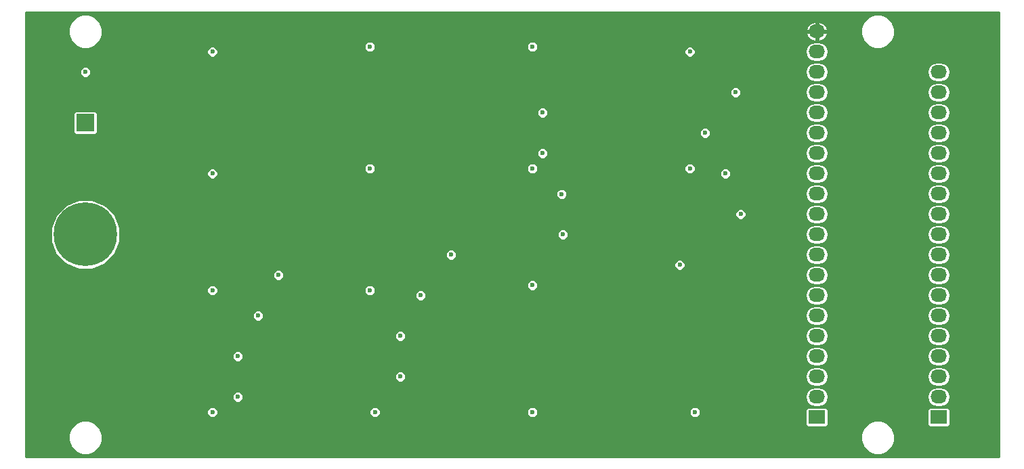
<source format=gbr>
G04 #@! TF.FileFunction,Copper,L2,Inr,Signal*
%FSLAX46Y46*%
G04 Gerber Fmt 4.6, Leading zero omitted, Abs format (unit mm)*
G04 Created by KiCad (PCBNEW 4.0.2-4+6225~38~ubuntu14.04.1-stable) date Sat Feb 20 17:03:59 2016*
%MOMM*%
G01*
G04 APERTURE LIST*
%ADD10C,0.100000*%
%ADD11C,7.929880*%
%ADD12R,2.032000X1.727200*%
%ADD13O,2.032000X1.727200*%
%ADD14R,2.235200X2.235200*%
%ADD15C,0.600000*%
%ADD16C,0.254000*%
G04 APERTURE END LIST*
D10*
D11*
X86360000Y-58420000D03*
D12*
X177800000Y-81280000D03*
D13*
X177800000Y-78740000D03*
X177800000Y-76200000D03*
X177800000Y-73660000D03*
X177800000Y-71120000D03*
X177800000Y-68580000D03*
X177800000Y-66040000D03*
X177800000Y-63500000D03*
X177800000Y-60960000D03*
X177800000Y-58420000D03*
X177800000Y-55880000D03*
X177800000Y-53340000D03*
X177800000Y-50800000D03*
X177800000Y-48260000D03*
X177800000Y-45720000D03*
X177800000Y-43180000D03*
X177800000Y-40640000D03*
X177800000Y-38100000D03*
X177800000Y-35560000D03*
X177800000Y-33020000D03*
D12*
X193040000Y-81280000D03*
D13*
X193040000Y-78740000D03*
X193040000Y-76200000D03*
X193040000Y-73660000D03*
X193040000Y-71120000D03*
X193040000Y-68580000D03*
X193040000Y-66040000D03*
X193040000Y-63500000D03*
X193040000Y-60960000D03*
X193040000Y-58420000D03*
X193040000Y-55880000D03*
X193040000Y-53340000D03*
X193040000Y-50800000D03*
X193040000Y-48260000D03*
X193040000Y-45720000D03*
X193040000Y-43180000D03*
X193040000Y-40640000D03*
X193040000Y-38100000D03*
D14*
X86360000Y-44450000D03*
D15*
X157806941Y-52219982D03*
X137795000Y-67310000D03*
X137160000Y-52070000D03*
X137795000Y-36830000D03*
X118110000Y-36830000D03*
X117475000Y-52070000D03*
X118110000Y-67310000D03*
X117475000Y-82550000D03*
X97790000Y-36830000D03*
X97790000Y-52705000D03*
X97790000Y-67310000D03*
X97155000Y-82550000D03*
X138430000Y-82550000D03*
X158115000Y-82550000D03*
X157480000Y-67310000D03*
X157480000Y-36830000D03*
X110490000Y-63500000D03*
X142240000Y-64770000D03*
X142240000Y-50165000D03*
X142240000Y-34925000D03*
X121920000Y-34925000D03*
X121920000Y-50165000D03*
X121920000Y-65405000D03*
X122555000Y-80645000D03*
X102235000Y-35560000D03*
X102235000Y-50800000D03*
X102235000Y-65405000D03*
X102235000Y-80645000D03*
X142240000Y-80645000D03*
X162560000Y-80645000D03*
X160655000Y-62230000D03*
X161925000Y-50165000D03*
X161925000Y-35560000D03*
X107950000Y-68580000D03*
X105410000Y-73660000D03*
X105410000Y-78740000D03*
X132080000Y-60960000D03*
X128270000Y-66040000D03*
X125730000Y-71120000D03*
X125730000Y-76200000D03*
X143510000Y-43180000D03*
X143510000Y-48260000D03*
X145900000Y-53360000D03*
X146050000Y-58420000D03*
X167640000Y-40640000D03*
X163830000Y-45720000D03*
X166370000Y-50800000D03*
X168275000Y-55880000D03*
X86360000Y-38100000D03*
D16*
G36*
X200533000Y-86233000D02*
X78867000Y-86233000D01*
X78867000Y-84242022D01*
X84228631Y-84242022D01*
X84552373Y-85025538D01*
X85151309Y-85625521D01*
X85934258Y-85950630D01*
X86782022Y-85951369D01*
X87565538Y-85627627D01*
X88165521Y-85028691D01*
X88490630Y-84245742D01*
X88490633Y-84242022D01*
X183288631Y-84242022D01*
X183612373Y-85025538D01*
X184211309Y-85625521D01*
X184994258Y-85950630D01*
X185842022Y-85951369D01*
X186625538Y-85627627D01*
X187225521Y-85028691D01*
X187550630Y-84245742D01*
X187551369Y-83397978D01*
X187227627Y-82614462D01*
X186628691Y-82014479D01*
X185845742Y-81689370D01*
X184997978Y-81688631D01*
X184214462Y-82012373D01*
X183614479Y-82611309D01*
X183289370Y-83394258D01*
X183288631Y-84242022D01*
X88490633Y-84242022D01*
X88491369Y-83397978D01*
X88167627Y-82614462D01*
X87568691Y-82014479D01*
X86785742Y-81689370D01*
X85937978Y-81688631D01*
X85154462Y-82012373D01*
X84554479Y-82611309D01*
X84229370Y-83394258D01*
X84228631Y-84242022D01*
X78867000Y-84242022D01*
X78867000Y-80779865D01*
X101553882Y-80779865D01*
X101657339Y-81030252D01*
X101848741Y-81221987D01*
X102098946Y-81325882D01*
X102369865Y-81326118D01*
X102620252Y-81222661D01*
X102811987Y-81031259D01*
X102915882Y-80781054D01*
X102915883Y-80779865D01*
X121873882Y-80779865D01*
X121977339Y-81030252D01*
X122168741Y-81221987D01*
X122418946Y-81325882D01*
X122689865Y-81326118D01*
X122940252Y-81222661D01*
X123131987Y-81031259D01*
X123235882Y-80781054D01*
X123235883Y-80779865D01*
X141558882Y-80779865D01*
X141662339Y-81030252D01*
X141853741Y-81221987D01*
X142103946Y-81325882D01*
X142374865Y-81326118D01*
X142625252Y-81222661D01*
X142816987Y-81031259D01*
X142920882Y-80781054D01*
X142920883Y-80779865D01*
X161878882Y-80779865D01*
X161982339Y-81030252D01*
X162173741Y-81221987D01*
X162423946Y-81325882D01*
X162694865Y-81326118D01*
X162945252Y-81222661D01*
X163136987Y-81031259D01*
X163240882Y-80781054D01*
X163241118Y-80510135D01*
X163202388Y-80416400D01*
X176395536Y-80416400D01*
X176395536Y-82143600D01*
X176422103Y-82284790D01*
X176505546Y-82414465D01*
X176632866Y-82501459D01*
X176784000Y-82532064D01*
X178816000Y-82532064D01*
X178957190Y-82505497D01*
X179086865Y-82422054D01*
X179173859Y-82294734D01*
X179204464Y-82143600D01*
X179204464Y-80416400D01*
X191635536Y-80416400D01*
X191635536Y-82143600D01*
X191662103Y-82284790D01*
X191745546Y-82414465D01*
X191872866Y-82501459D01*
X192024000Y-82532064D01*
X194056000Y-82532064D01*
X194197190Y-82505497D01*
X194326865Y-82422054D01*
X194413859Y-82294734D01*
X194444464Y-82143600D01*
X194444464Y-80416400D01*
X194417897Y-80275210D01*
X194334454Y-80145535D01*
X194207134Y-80058541D01*
X194056000Y-80027936D01*
X192024000Y-80027936D01*
X191882810Y-80054503D01*
X191753135Y-80137946D01*
X191666141Y-80265266D01*
X191635536Y-80416400D01*
X179204464Y-80416400D01*
X179177897Y-80275210D01*
X179094454Y-80145535D01*
X178967134Y-80058541D01*
X178816000Y-80027936D01*
X176784000Y-80027936D01*
X176642810Y-80054503D01*
X176513135Y-80137946D01*
X176426141Y-80265266D01*
X176395536Y-80416400D01*
X163202388Y-80416400D01*
X163137661Y-80259748D01*
X162946259Y-80068013D01*
X162696054Y-79964118D01*
X162425135Y-79963882D01*
X162174748Y-80067339D01*
X161983013Y-80258741D01*
X161879118Y-80508946D01*
X161878882Y-80779865D01*
X142920883Y-80779865D01*
X142921118Y-80510135D01*
X142817661Y-80259748D01*
X142626259Y-80068013D01*
X142376054Y-79964118D01*
X142105135Y-79963882D01*
X141854748Y-80067339D01*
X141663013Y-80258741D01*
X141559118Y-80508946D01*
X141558882Y-80779865D01*
X123235883Y-80779865D01*
X123236118Y-80510135D01*
X123132661Y-80259748D01*
X122941259Y-80068013D01*
X122691054Y-79964118D01*
X122420135Y-79963882D01*
X122169748Y-80067339D01*
X121978013Y-80258741D01*
X121874118Y-80508946D01*
X121873882Y-80779865D01*
X102915883Y-80779865D01*
X102916118Y-80510135D01*
X102812661Y-80259748D01*
X102621259Y-80068013D01*
X102371054Y-79964118D01*
X102100135Y-79963882D01*
X101849748Y-80067339D01*
X101658013Y-80258741D01*
X101554118Y-80508946D01*
X101553882Y-80779865D01*
X78867000Y-80779865D01*
X78867000Y-78874865D01*
X104728882Y-78874865D01*
X104832339Y-79125252D01*
X105023741Y-79316987D01*
X105273946Y-79420882D01*
X105544865Y-79421118D01*
X105795252Y-79317661D01*
X105986987Y-79126259D01*
X106090882Y-78876054D01*
X106091000Y-78740000D01*
X176375631Y-78740000D01*
X176470371Y-79216288D01*
X176740166Y-79620065D01*
X177143943Y-79889860D01*
X177620231Y-79984600D01*
X177979769Y-79984600D01*
X178456057Y-79889860D01*
X178859834Y-79620065D01*
X179129629Y-79216288D01*
X179224369Y-78740000D01*
X191615631Y-78740000D01*
X191710371Y-79216288D01*
X191980166Y-79620065D01*
X192383943Y-79889860D01*
X192860231Y-79984600D01*
X193219769Y-79984600D01*
X193696057Y-79889860D01*
X194099834Y-79620065D01*
X194369629Y-79216288D01*
X194464369Y-78740000D01*
X194369629Y-78263712D01*
X194099834Y-77859935D01*
X193696057Y-77590140D01*
X193219769Y-77495400D01*
X192860231Y-77495400D01*
X192383943Y-77590140D01*
X191980166Y-77859935D01*
X191710371Y-78263712D01*
X191615631Y-78740000D01*
X179224369Y-78740000D01*
X179129629Y-78263712D01*
X178859834Y-77859935D01*
X178456057Y-77590140D01*
X177979769Y-77495400D01*
X177620231Y-77495400D01*
X177143943Y-77590140D01*
X176740166Y-77859935D01*
X176470371Y-78263712D01*
X176375631Y-78740000D01*
X106091000Y-78740000D01*
X106091118Y-78605135D01*
X105987661Y-78354748D01*
X105796259Y-78163013D01*
X105546054Y-78059118D01*
X105275135Y-78058882D01*
X105024748Y-78162339D01*
X104833013Y-78353741D01*
X104729118Y-78603946D01*
X104728882Y-78874865D01*
X78867000Y-78874865D01*
X78867000Y-76334865D01*
X125048882Y-76334865D01*
X125152339Y-76585252D01*
X125343741Y-76776987D01*
X125593946Y-76880882D01*
X125864865Y-76881118D01*
X126115252Y-76777661D01*
X126306987Y-76586259D01*
X126410882Y-76336054D01*
X126411000Y-76200000D01*
X176375631Y-76200000D01*
X176470371Y-76676288D01*
X176740166Y-77080065D01*
X177143943Y-77349860D01*
X177620231Y-77444600D01*
X177979769Y-77444600D01*
X178456057Y-77349860D01*
X178859834Y-77080065D01*
X179129629Y-76676288D01*
X179224369Y-76200000D01*
X191615631Y-76200000D01*
X191710371Y-76676288D01*
X191980166Y-77080065D01*
X192383943Y-77349860D01*
X192860231Y-77444600D01*
X193219769Y-77444600D01*
X193696057Y-77349860D01*
X194099834Y-77080065D01*
X194369629Y-76676288D01*
X194464369Y-76200000D01*
X194369629Y-75723712D01*
X194099834Y-75319935D01*
X193696057Y-75050140D01*
X193219769Y-74955400D01*
X192860231Y-74955400D01*
X192383943Y-75050140D01*
X191980166Y-75319935D01*
X191710371Y-75723712D01*
X191615631Y-76200000D01*
X179224369Y-76200000D01*
X179129629Y-75723712D01*
X178859834Y-75319935D01*
X178456057Y-75050140D01*
X177979769Y-74955400D01*
X177620231Y-74955400D01*
X177143943Y-75050140D01*
X176740166Y-75319935D01*
X176470371Y-75723712D01*
X176375631Y-76200000D01*
X126411000Y-76200000D01*
X126411118Y-76065135D01*
X126307661Y-75814748D01*
X126116259Y-75623013D01*
X125866054Y-75519118D01*
X125595135Y-75518882D01*
X125344748Y-75622339D01*
X125153013Y-75813741D01*
X125049118Y-76063946D01*
X125048882Y-76334865D01*
X78867000Y-76334865D01*
X78867000Y-73794865D01*
X104728882Y-73794865D01*
X104832339Y-74045252D01*
X105023741Y-74236987D01*
X105273946Y-74340882D01*
X105544865Y-74341118D01*
X105795252Y-74237661D01*
X105986987Y-74046259D01*
X106090882Y-73796054D01*
X106091000Y-73660000D01*
X176375631Y-73660000D01*
X176470371Y-74136288D01*
X176740166Y-74540065D01*
X177143943Y-74809860D01*
X177620231Y-74904600D01*
X177979769Y-74904600D01*
X178456057Y-74809860D01*
X178859834Y-74540065D01*
X179129629Y-74136288D01*
X179224369Y-73660000D01*
X191615631Y-73660000D01*
X191710371Y-74136288D01*
X191980166Y-74540065D01*
X192383943Y-74809860D01*
X192860231Y-74904600D01*
X193219769Y-74904600D01*
X193696057Y-74809860D01*
X194099834Y-74540065D01*
X194369629Y-74136288D01*
X194464369Y-73660000D01*
X194369629Y-73183712D01*
X194099834Y-72779935D01*
X193696057Y-72510140D01*
X193219769Y-72415400D01*
X192860231Y-72415400D01*
X192383943Y-72510140D01*
X191980166Y-72779935D01*
X191710371Y-73183712D01*
X191615631Y-73660000D01*
X179224369Y-73660000D01*
X179129629Y-73183712D01*
X178859834Y-72779935D01*
X178456057Y-72510140D01*
X177979769Y-72415400D01*
X177620231Y-72415400D01*
X177143943Y-72510140D01*
X176740166Y-72779935D01*
X176470371Y-73183712D01*
X176375631Y-73660000D01*
X106091000Y-73660000D01*
X106091118Y-73525135D01*
X105987661Y-73274748D01*
X105796259Y-73083013D01*
X105546054Y-72979118D01*
X105275135Y-72978882D01*
X105024748Y-73082339D01*
X104833013Y-73273741D01*
X104729118Y-73523946D01*
X104728882Y-73794865D01*
X78867000Y-73794865D01*
X78867000Y-71254865D01*
X125048882Y-71254865D01*
X125152339Y-71505252D01*
X125343741Y-71696987D01*
X125593946Y-71800882D01*
X125864865Y-71801118D01*
X126115252Y-71697661D01*
X126306987Y-71506259D01*
X126410882Y-71256054D01*
X126411000Y-71120000D01*
X176375631Y-71120000D01*
X176470371Y-71596288D01*
X176740166Y-72000065D01*
X177143943Y-72269860D01*
X177620231Y-72364600D01*
X177979769Y-72364600D01*
X178456057Y-72269860D01*
X178859834Y-72000065D01*
X179129629Y-71596288D01*
X179224369Y-71120000D01*
X191615631Y-71120000D01*
X191710371Y-71596288D01*
X191980166Y-72000065D01*
X192383943Y-72269860D01*
X192860231Y-72364600D01*
X193219769Y-72364600D01*
X193696057Y-72269860D01*
X194099834Y-72000065D01*
X194369629Y-71596288D01*
X194464369Y-71120000D01*
X194369629Y-70643712D01*
X194099834Y-70239935D01*
X193696057Y-69970140D01*
X193219769Y-69875400D01*
X192860231Y-69875400D01*
X192383943Y-69970140D01*
X191980166Y-70239935D01*
X191710371Y-70643712D01*
X191615631Y-71120000D01*
X179224369Y-71120000D01*
X179129629Y-70643712D01*
X178859834Y-70239935D01*
X178456057Y-69970140D01*
X177979769Y-69875400D01*
X177620231Y-69875400D01*
X177143943Y-69970140D01*
X176740166Y-70239935D01*
X176470371Y-70643712D01*
X176375631Y-71120000D01*
X126411000Y-71120000D01*
X126411118Y-70985135D01*
X126307661Y-70734748D01*
X126116259Y-70543013D01*
X125866054Y-70439118D01*
X125595135Y-70438882D01*
X125344748Y-70542339D01*
X125153013Y-70733741D01*
X125049118Y-70983946D01*
X125048882Y-71254865D01*
X78867000Y-71254865D01*
X78867000Y-68714865D01*
X107268882Y-68714865D01*
X107372339Y-68965252D01*
X107563741Y-69156987D01*
X107813946Y-69260882D01*
X108084865Y-69261118D01*
X108335252Y-69157661D01*
X108526987Y-68966259D01*
X108630882Y-68716054D01*
X108631000Y-68580000D01*
X176375631Y-68580000D01*
X176470371Y-69056288D01*
X176740166Y-69460065D01*
X177143943Y-69729860D01*
X177620231Y-69824600D01*
X177979769Y-69824600D01*
X178456057Y-69729860D01*
X178859834Y-69460065D01*
X179129629Y-69056288D01*
X179224369Y-68580000D01*
X191615631Y-68580000D01*
X191710371Y-69056288D01*
X191980166Y-69460065D01*
X192383943Y-69729860D01*
X192860231Y-69824600D01*
X193219769Y-69824600D01*
X193696057Y-69729860D01*
X194099834Y-69460065D01*
X194369629Y-69056288D01*
X194464369Y-68580000D01*
X194369629Y-68103712D01*
X194099834Y-67699935D01*
X193696057Y-67430140D01*
X193219769Y-67335400D01*
X192860231Y-67335400D01*
X192383943Y-67430140D01*
X191980166Y-67699935D01*
X191710371Y-68103712D01*
X191615631Y-68580000D01*
X179224369Y-68580000D01*
X179129629Y-68103712D01*
X178859834Y-67699935D01*
X178456057Y-67430140D01*
X177979769Y-67335400D01*
X177620231Y-67335400D01*
X177143943Y-67430140D01*
X176740166Y-67699935D01*
X176470371Y-68103712D01*
X176375631Y-68580000D01*
X108631000Y-68580000D01*
X108631118Y-68445135D01*
X108527661Y-68194748D01*
X108336259Y-68003013D01*
X108086054Y-67899118D01*
X107815135Y-67898882D01*
X107564748Y-68002339D01*
X107373013Y-68193741D01*
X107269118Y-68443946D01*
X107268882Y-68714865D01*
X78867000Y-68714865D01*
X78867000Y-66174865D01*
X127588882Y-66174865D01*
X127692339Y-66425252D01*
X127883741Y-66616987D01*
X128133946Y-66720882D01*
X128404865Y-66721118D01*
X128655252Y-66617661D01*
X128846987Y-66426259D01*
X128950882Y-66176054D01*
X128951000Y-66040000D01*
X176375631Y-66040000D01*
X176470371Y-66516288D01*
X176740166Y-66920065D01*
X177143943Y-67189860D01*
X177620231Y-67284600D01*
X177979769Y-67284600D01*
X178456057Y-67189860D01*
X178859834Y-66920065D01*
X179129629Y-66516288D01*
X179224369Y-66040000D01*
X191615631Y-66040000D01*
X191710371Y-66516288D01*
X191980166Y-66920065D01*
X192383943Y-67189860D01*
X192860231Y-67284600D01*
X193219769Y-67284600D01*
X193696057Y-67189860D01*
X194099834Y-66920065D01*
X194369629Y-66516288D01*
X194464369Y-66040000D01*
X194369629Y-65563712D01*
X194099834Y-65159935D01*
X193696057Y-64890140D01*
X193219769Y-64795400D01*
X192860231Y-64795400D01*
X192383943Y-64890140D01*
X191980166Y-65159935D01*
X191710371Y-65563712D01*
X191615631Y-66040000D01*
X179224369Y-66040000D01*
X179129629Y-65563712D01*
X178859834Y-65159935D01*
X178456057Y-64890140D01*
X177979769Y-64795400D01*
X177620231Y-64795400D01*
X177143943Y-64890140D01*
X176740166Y-65159935D01*
X176470371Y-65563712D01*
X176375631Y-66040000D01*
X128951000Y-66040000D01*
X128951118Y-65905135D01*
X128847661Y-65654748D01*
X128656259Y-65463013D01*
X128406054Y-65359118D01*
X128135135Y-65358882D01*
X127884748Y-65462339D01*
X127693013Y-65653741D01*
X127589118Y-65903946D01*
X127588882Y-66174865D01*
X78867000Y-66174865D01*
X78867000Y-65539865D01*
X101553882Y-65539865D01*
X101657339Y-65790252D01*
X101848741Y-65981987D01*
X102098946Y-66085882D01*
X102369865Y-66086118D01*
X102620252Y-65982661D01*
X102811987Y-65791259D01*
X102915882Y-65541054D01*
X102915883Y-65539865D01*
X121238882Y-65539865D01*
X121342339Y-65790252D01*
X121533741Y-65981987D01*
X121783946Y-66085882D01*
X122054865Y-66086118D01*
X122305252Y-65982661D01*
X122496987Y-65791259D01*
X122600882Y-65541054D01*
X122601118Y-65270135D01*
X122497661Y-65019748D01*
X122382978Y-64904865D01*
X141558882Y-64904865D01*
X141662339Y-65155252D01*
X141853741Y-65346987D01*
X142103946Y-65450882D01*
X142374865Y-65451118D01*
X142625252Y-65347661D01*
X142816987Y-65156259D01*
X142920882Y-64906054D01*
X142921118Y-64635135D01*
X142817661Y-64384748D01*
X142626259Y-64193013D01*
X142376054Y-64089118D01*
X142105135Y-64088882D01*
X141854748Y-64192339D01*
X141663013Y-64383741D01*
X141559118Y-64633946D01*
X141558882Y-64904865D01*
X122382978Y-64904865D01*
X122306259Y-64828013D01*
X122056054Y-64724118D01*
X121785135Y-64723882D01*
X121534748Y-64827339D01*
X121343013Y-65018741D01*
X121239118Y-65268946D01*
X121238882Y-65539865D01*
X102915883Y-65539865D01*
X102916118Y-65270135D01*
X102812661Y-65019748D01*
X102621259Y-64828013D01*
X102371054Y-64724118D01*
X102100135Y-64723882D01*
X101849748Y-64827339D01*
X101658013Y-65018741D01*
X101554118Y-65268946D01*
X101553882Y-65539865D01*
X78867000Y-65539865D01*
X78867000Y-63634865D01*
X109808882Y-63634865D01*
X109912339Y-63885252D01*
X110103741Y-64076987D01*
X110353946Y-64180882D01*
X110624865Y-64181118D01*
X110875252Y-64077661D01*
X111066987Y-63886259D01*
X111170882Y-63636054D01*
X111171000Y-63500000D01*
X176375631Y-63500000D01*
X176470371Y-63976288D01*
X176740166Y-64380065D01*
X177143943Y-64649860D01*
X177620231Y-64744600D01*
X177979769Y-64744600D01*
X178456057Y-64649860D01*
X178859834Y-64380065D01*
X179129629Y-63976288D01*
X179224369Y-63500000D01*
X191615631Y-63500000D01*
X191710371Y-63976288D01*
X191980166Y-64380065D01*
X192383943Y-64649860D01*
X192860231Y-64744600D01*
X193219769Y-64744600D01*
X193696057Y-64649860D01*
X194099834Y-64380065D01*
X194369629Y-63976288D01*
X194464369Y-63500000D01*
X194369629Y-63023712D01*
X194099834Y-62619935D01*
X193696057Y-62350140D01*
X193219769Y-62255400D01*
X192860231Y-62255400D01*
X192383943Y-62350140D01*
X191980166Y-62619935D01*
X191710371Y-63023712D01*
X191615631Y-63500000D01*
X179224369Y-63500000D01*
X179129629Y-63023712D01*
X178859834Y-62619935D01*
X178456057Y-62350140D01*
X177979769Y-62255400D01*
X177620231Y-62255400D01*
X177143943Y-62350140D01*
X176740166Y-62619935D01*
X176470371Y-63023712D01*
X176375631Y-63500000D01*
X111171000Y-63500000D01*
X111171118Y-63365135D01*
X111067661Y-63114748D01*
X110876259Y-62923013D01*
X110626054Y-62819118D01*
X110355135Y-62818882D01*
X110104748Y-62922339D01*
X109913013Y-63113741D01*
X109809118Y-63363946D01*
X109808882Y-63634865D01*
X78867000Y-63634865D01*
X78867000Y-59280668D01*
X82013307Y-59280668D01*
X82673543Y-60878561D01*
X83895009Y-62102160D01*
X85491747Y-62765184D01*
X87220668Y-62766693D01*
X88193165Y-62364865D01*
X159973882Y-62364865D01*
X160077339Y-62615252D01*
X160268741Y-62806987D01*
X160518946Y-62910882D01*
X160789865Y-62911118D01*
X161040252Y-62807661D01*
X161231987Y-62616259D01*
X161335882Y-62366054D01*
X161336118Y-62095135D01*
X161232661Y-61844748D01*
X161041259Y-61653013D01*
X160791054Y-61549118D01*
X160520135Y-61548882D01*
X160269748Y-61652339D01*
X160078013Y-61843741D01*
X159974118Y-62093946D01*
X159973882Y-62364865D01*
X88193165Y-62364865D01*
X88818561Y-62106457D01*
X89831919Y-61094865D01*
X131398882Y-61094865D01*
X131502339Y-61345252D01*
X131693741Y-61536987D01*
X131943946Y-61640882D01*
X132214865Y-61641118D01*
X132465252Y-61537661D01*
X132656987Y-61346259D01*
X132760882Y-61096054D01*
X132761000Y-60960000D01*
X176375631Y-60960000D01*
X176470371Y-61436288D01*
X176740166Y-61840065D01*
X177143943Y-62109860D01*
X177620231Y-62204600D01*
X177979769Y-62204600D01*
X178456057Y-62109860D01*
X178859834Y-61840065D01*
X179129629Y-61436288D01*
X179224369Y-60960000D01*
X191615631Y-60960000D01*
X191710371Y-61436288D01*
X191980166Y-61840065D01*
X192383943Y-62109860D01*
X192860231Y-62204600D01*
X193219769Y-62204600D01*
X193696057Y-62109860D01*
X194099834Y-61840065D01*
X194369629Y-61436288D01*
X194464369Y-60960000D01*
X194369629Y-60483712D01*
X194099834Y-60079935D01*
X193696057Y-59810140D01*
X193219769Y-59715400D01*
X192860231Y-59715400D01*
X192383943Y-59810140D01*
X191980166Y-60079935D01*
X191710371Y-60483712D01*
X191615631Y-60960000D01*
X179224369Y-60960000D01*
X179129629Y-60483712D01*
X178859834Y-60079935D01*
X178456057Y-59810140D01*
X177979769Y-59715400D01*
X177620231Y-59715400D01*
X177143943Y-59810140D01*
X176740166Y-60079935D01*
X176470371Y-60483712D01*
X176375631Y-60960000D01*
X132761000Y-60960000D01*
X132761118Y-60825135D01*
X132657661Y-60574748D01*
X132466259Y-60383013D01*
X132216054Y-60279118D01*
X131945135Y-60278882D01*
X131694748Y-60382339D01*
X131503013Y-60573741D01*
X131399118Y-60823946D01*
X131398882Y-61094865D01*
X89831919Y-61094865D01*
X90042160Y-60884991D01*
X90705184Y-59288253D01*
X90705824Y-58554865D01*
X145368882Y-58554865D01*
X145472339Y-58805252D01*
X145663741Y-58996987D01*
X145913946Y-59100882D01*
X146184865Y-59101118D01*
X146435252Y-58997661D01*
X146626987Y-58806259D01*
X146730882Y-58556054D01*
X146731000Y-58420000D01*
X176375631Y-58420000D01*
X176470371Y-58896288D01*
X176740166Y-59300065D01*
X177143943Y-59569860D01*
X177620231Y-59664600D01*
X177979769Y-59664600D01*
X178456057Y-59569860D01*
X178859834Y-59300065D01*
X179129629Y-58896288D01*
X179224369Y-58420000D01*
X191615631Y-58420000D01*
X191710371Y-58896288D01*
X191980166Y-59300065D01*
X192383943Y-59569860D01*
X192860231Y-59664600D01*
X193219769Y-59664600D01*
X193696057Y-59569860D01*
X194099834Y-59300065D01*
X194369629Y-58896288D01*
X194464369Y-58420000D01*
X194369629Y-57943712D01*
X194099834Y-57539935D01*
X193696057Y-57270140D01*
X193219769Y-57175400D01*
X192860231Y-57175400D01*
X192383943Y-57270140D01*
X191980166Y-57539935D01*
X191710371Y-57943712D01*
X191615631Y-58420000D01*
X179224369Y-58420000D01*
X179129629Y-57943712D01*
X178859834Y-57539935D01*
X178456057Y-57270140D01*
X177979769Y-57175400D01*
X177620231Y-57175400D01*
X177143943Y-57270140D01*
X176740166Y-57539935D01*
X176470371Y-57943712D01*
X176375631Y-58420000D01*
X146731000Y-58420000D01*
X146731118Y-58285135D01*
X146627661Y-58034748D01*
X146436259Y-57843013D01*
X146186054Y-57739118D01*
X145915135Y-57738882D01*
X145664748Y-57842339D01*
X145473013Y-58033741D01*
X145369118Y-58283946D01*
X145368882Y-58554865D01*
X90705824Y-58554865D01*
X90706693Y-57559332D01*
X90068533Y-56014865D01*
X167593882Y-56014865D01*
X167697339Y-56265252D01*
X167888741Y-56456987D01*
X168138946Y-56560882D01*
X168409865Y-56561118D01*
X168660252Y-56457661D01*
X168851987Y-56266259D01*
X168955882Y-56016054D01*
X168956000Y-55880000D01*
X176375631Y-55880000D01*
X176470371Y-56356288D01*
X176740166Y-56760065D01*
X177143943Y-57029860D01*
X177620231Y-57124600D01*
X177979769Y-57124600D01*
X178456057Y-57029860D01*
X178859834Y-56760065D01*
X179129629Y-56356288D01*
X179224369Y-55880000D01*
X191615631Y-55880000D01*
X191710371Y-56356288D01*
X191980166Y-56760065D01*
X192383943Y-57029860D01*
X192860231Y-57124600D01*
X193219769Y-57124600D01*
X193696057Y-57029860D01*
X194099834Y-56760065D01*
X194369629Y-56356288D01*
X194464369Y-55880000D01*
X194369629Y-55403712D01*
X194099834Y-54999935D01*
X193696057Y-54730140D01*
X193219769Y-54635400D01*
X192860231Y-54635400D01*
X192383943Y-54730140D01*
X191980166Y-54999935D01*
X191710371Y-55403712D01*
X191615631Y-55880000D01*
X179224369Y-55880000D01*
X179129629Y-55403712D01*
X178859834Y-54999935D01*
X178456057Y-54730140D01*
X177979769Y-54635400D01*
X177620231Y-54635400D01*
X177143943Y-54730140D01*
X176740166Y-54999935D01*
X176470371Y-55403712D01*
X176375631Y-55880000D01*
X168956000Y-55880000D01*
X168956118Y-55745135D01*
X168852661Y-55494748D01*
X168661259Y-55303013D01*
X168411054Y-55199118D01*
X168140135Y-55198882D01*
X167889748Y-55302339D01*
X167698013Y-55493741D01*
X167594118Y-55743946D01*
X167593882Y-56014865D01*
X90068533Y-56014865D01*
X90046457Y-55961439D01*
X88824991Y-54737840D01*
X87228253Y-54074816D01*
X85499332Y-54073307D01*
X83901439Y-54733543D01*
X82677840Y-55955009D01*
X82014816Y-57551747D01*
X82013307Y-59280668D01*
X78867000Y-59280668D01*
X78867000Y-53494865D01*
X145218882Y-53494865D01*
X145322339Y-53745252D01*
X145513741Y-53936987D01*
X145763946Y-54040882D01*
X146034865Y-54041118D01*
X146285252Y-53937661D01*
X146476987Y-53746259D01*
X146580882Y-53496054D01*
X146581017Y-53340000D01*
X176375631Y-53340000D01*
X176470371Y-53816288D01*
X176740166Y-54220065D01*
X177143943Y-54489860D01*
X177620231Y-54584600D01*
X177979769Y-54584600D01*
X178456057Y-54489860D01*
X178859834Y-54220065D01*
X179129629Y-53816288D01*
X179224369Y-53340000D01*
X191615631Y-53340000D01*
X191710371Y-53816288D01*
X191980166Y-54220065D01*
X192383943Y-54489860D01*
X192860231Y-54584600D01*
X193219769Y-54584600D01*
X193696057Y-54489860D01*
X194099834Y-54220065D01*
X194369629Y-53816288D01*
X194464369Y-53340000D01*
X194369629Y-52863712D01*
X194099834Y-52459935D01*
X193696057Y-52190140D01*
X193219769Y-52095400D01*
X192860231Y-52095400D01*
X192383943Y-52190140D01*
X191980166Y-52459935D01*
X191710371Y-52863712D01*
X191615631Y-53340000D01*
X179224369Y-53340000D01*
X179129629Y-52863712D01*
X178859834Y-52459935D01*
X178456057Y-52190140D01*
X177979769Y-52095400D01*
X177620231Y-52095400D01*
X177143943Y-52190140D01*
X176740166Y-52459935D01*
X176470371Y-52863712D01*
X176375631Y-53340000D01*
X146581017Y-53340000D01*
X146581118Y-53225135D01*
X146477661Y-52974748D01*
X146286259Y-52783013D01*
X146036054Y-52679118D01*
X145765135Y-52678882D01*
X145514748Y-52782339D01*
X145323013Y-52973741D01*
X145219118Y-53223946D01*
X145218882Y-53494865D01*
X78867000Y-53494865D01*
X78867000Y-50934865D01*
X101553882Y-50934865D01*
X101657339Y-51185252D01*
X101848741Y-51376987D01*
X102098946Y-51480882D01*
X102369865Y-51481118D01*
X102620252Y-51377661D01*
X102811987Y-51186259D01*
X102915882Y-50936054D01*
X102915883Y-50934865D01*
X165688882Y-50934865D01*
X165792339Y-51185252D01*
X165983741Y-51376987D01*
X166233946Y-51480882D01*
X166504865Y-51481118D01*
X166755252Y-51377661D01*
X166946987Y-51186259D01*
X167050882Y-50936054D01*
X167051000Y-50800000D01*
X176375631Y-50800000D01*
X176470371Y-51276288D01*
X176740166Y-51680065D01*
X177143943Y-51949860D01*
X177620231Y-52044600D01*
X177979769Y-52044600D01*
X178456057Y-51949860D01*
X178859834Y-51680065D01*
X179129629Y-51276288D01*
X179224369Y-50800000D01*
X191615631Y-50800000D01*
X191710371Y-51276288D01*
X191980166Y-51680065D01*
X192383943Y-51949860D01*
X192860231Y-52044600D01*
X193219769Y-52044600D01*
X193696057Y-51949860D01*
X194099834Y-51680065D01*
X194369629Y-51276288D01*
X194464369Y-50800000D01*
X194369629Y-50323712D01*
X194099834Y-49919935D01*
X193696057Y-49650140D01*
X193219769Y-49555400D01*
X192860231Y-49555400D01*
X192383943Y-49650140D01*
X191980166Y-49919935D01*
X191710371Y-50323712D01*
X191615631Y-50800000D01*
X179224369Y-50800000D01*
X179129629Y-50323712D01*
X178859834Y-49919935D01*
X178456057Y-49650140D01*
X177979769Y-49555400D01*
X177620231Y-49555400D01*
X177143943Y-49650140D01*
X176740166Y-49919935D01*
X176470371Y-50323712D01*
X176375631Y-50800000D01*
X167051000Y-50800000D01*
X167051118Y-50665135D01*
X166947661Y-50414748D01*
X166756259Y-50223013D01*
X166506054Y-50119118D01*
X166235135Y-50118882D01*
X165984748Y-50222339D01*
X165793013Y-50413741D01*
X165689118Y-50663946D01*
X165688882Y-50934865D01*
X102915883Y-50934865D01*
X102916118Y-50665135D01*
X102812661Y-50414748D01*
X102697978Y-50299865D01*
X121238882Y-50299865D01*
X121342339Y-50550252D01*
X121533741Y-50741987D01*
X121783946Y-50845882D01*
X122054865Y-50846118D01*
X122305252Y-50742661D01*
X122496987Y-50551259D01*
X122600882Y-50301054D01*
X122600883Y-50299865D01*
X141558882Y-50299865D01*
X141662339Y-50550252D01*
X141853741Y-50741987D01*
X142103946Y-50845882D01*
X142374865Y-50846118D01*
X142625252Y-50742661D01*
X142816987Y-50551259D01*
X142920882Y-50301054D01*
X142920883Y-50299865D01*
X161243882Y-50299865D01*
X161347339Y-50550252D01*
X161538741Y-50741987D01*
X161788946Y-50845882D01*
X162059865Y-50846118D01*
X162310252Y-50742661D01*
X162501987Y-50551259D01*
X162605882Y-50301054D01*
X162606118Y-50030135D01*
X162502661Y-49779748D01*
X162311259Y-49588013D01*
X162061054Y-49484118D01*
X161790135Y-49483882D01*
X161539748Y-49587339D01*
X161348013Y-49778741D01*
X161244118Y-50028946D01*
X161243882Y-50299865D01*
X142920883Y-50299865D01*
X142921118Y-50030135D01*
X142817661Y-49779748D01*
X142626259Y-49588013D01*
X142376054Y-49484118D01*
X142105135Y-49483882D01*
X141854748Y-49587339D01*
X141663013Y-49778741D01*
X141559118Y-50028946D01*
X141558882Y-50299865D01*
X122600883Y-50299865D01*
X122601118Y-50030135D01*
X122497661Y-49779748D01*
X122306259Y-49588013D01*
X122056054Y-49484118D01*
X121785135Y-49483882D01*
X121534748Y-49587339D01*
X121343013Y-49778741D01*
X121239118Y-50028946D01*
X121238882Y-50299865D01*
X102697978Y-50299865D01*
X102621259Y-50223013D01*
X102371054Y-50119118D01*
X102100135Y-50118882D01*
X101849748Y-50222339D01*
X101658013Y-50413741D01*
X101554118Y-50663946D01*
X101553882Y-50934865D01*
X78867000Y-50934865D01*
X78867000Y-48394865D01*
X142828882Y-48394865D01*
X142932339Y-48645252D01*
X143123741Y-48836987D01*
X143373946Y-48940882D01*
X143644865Y-48941118D01*
X143895252Y-48837661D01*
X144086987Y-48646259D01*
X144190882Y-48396054D01*
X144191000Y-48260000D01*
X176375631Y-48260000D01*
X176470371Y-48736288D01*
X176740166Y-49140065D01*
X177143943Y-49409860D01*
X177620231Y-49504600D01*
X177979769Y-49504600D01*
X178456057Y-49409860D01*
X178859834Y-49140065D01*
X179129629Y-48736288D01*
X179224369Y-48260000D01*
X191615631Y-48260000D01*
X191710371Y-48736288D01*
X191980166Y-49140065D01*
X192383943Y-49409860D01*
X192860231Y-49504600D01*
X193219769Y-49504600D01*
X193696057Y-49409860D01*
X194099834Y-49140065D01*
X194369629Y-48736288D01*
X194464369Y-48260000D01*
X194369629Y-47783712D01*
X194099834Y-47379935D01*
X193696057Y-47110140D01*
X193219769Y-47015400D01*
X192860231Y-47015400D01*
X192383943Y-47110140D01*
X191980166Y-47379935D01*
X191710371Y-47783712D01*
X191615631Y-48260000D01*
X179224369Y-48260000D01*
X179129629Y-47783712D01*
X178859834Y-47379935D01*
X178456057Y-47110140D01*
X177979769Y-47015400D01*
X177620231Y-47015400D01*
X177143943Y-47110140D01*
X176740166Y-47379935D01*
X176470371Y-47783712D01*
X176375631Y-48260000D01*
X144191000Y-48260000D01*
X144191118Y-48125135D01*
X144087661Y-47874748D01*
X143896259Y-47683013D01*
X143646054Y-47579118D01*
X143375135Y-47578882D01*
X143124748Y-47682339D01*
X142933013Y-47873741D01*
X142829118Y-48123946D01*
X142828882Y-48394865D01*
X78867000Y-48394865D01*
X78867000Y-43332400D01*
X84853936Y-43332400D01*
X84853936Y-45567600D01*
X84880503Y-45708790D01*
X84963946Y-45838465D01*
X85091266Y-45925459D01*
X85242400Y-45956064D01*
X87477600Y-45956064D01*
X87618790Y-45929497D01*
X87734772Y-45854865D01*
X163148882Y-45854865D01*
X163252339Y-46105252D01*
X163443741Y-46296987D01*
X163693946Y-46400882D01*
X163964865Y-46401118D01*
X164215252Y-46297661D01*
X164406987Y-46106259D01*
X164510882Y-45856054D01*
X164511000Y-45720000D01*
X176375631Y-45720000D01*
X176470371Y-46196288D01*
X176740166Y-46600065D01*
X177143943Y-46869860D01*
X177620231Y-46964600D01*
X177979769Y-46964600D01*
X178456057Y-46869860D01*
X178859834Y-46600065D01*
X179129629Y-46196288D01*
X179224369Y-45720000D01*
X191615631Y-45720000D01*
X191710371Y-46196288D01*
X191980166Y-46600065D01*
X192383943Y-46869860D01*
X192860231Y-46964600D01*
X193219769Y-46964600D01*
X193696057Y-46869860D01*
X194099834Y-46600065D01*
X194369629Y-46196288D01*
X194464369Y-45720000D01*
X194369629Y-45243712D01*
X194099834Y-44839935D01*
X193696057Y-44570140D01*
X193219769Y-44475400D01*
X192860231Y-44475400D01*
X192383943Y-44570140D01*
X191980166Y-44839935D01*
X191710371Y-45243712D01*
X191615631Y-45720000D01*
X179224369Y-45720000D01*
X179129629Y-45243712D01*
X178859834Y-44839935D01*
X178456057Y-44570140D01*
X177979769Y-44475400D01*
X177620231Y-44475400D01*
X177143943Y-44570140D01*
X176740166Y-44839935D01*
X176470371Y-45243712D01*
X176375631Y-45720000D01*
X164511000Y-45720000D01*
X164511118Y-45585135D01*
X164407661Y-45334748D01*
X164216259Y-45143013D01*
X163966054Y-45039118D01*
X163695135Y-45038882D01*
X163444748Y-45142339D01*
X163253013Y-45333741D01*
X163149118Y-45583946D01*
X163148882Y-45854865D01*
X87734772Y-45854865D01*
X87748465Y-45846054D01*
X87835459Y-45718734D01*
X87866064Y-45567600D01*
X87866064Y-43332400D01*
X87862765Y-43314865D01*
X142828882Y-43314865D01*
X142932339Y-43565252D01*
X143123741Y-43756987D01*
X143373946Y-43860882D01*
X143644865Y-43861118D01*
X143895252Y-43757661D01*
X144086987Y-43566259D01*
X144190882Y-43316054D01*
X144191000Y-43180000D01*
X176375631Y-43180000D01*
X176470371Y-43656288D01*
X176740166Y-44060065D01*
X177143943Y-44329860D01*
X177620231Y-44424600D01*
X177979769Y-44424600D01*
X178456057Y-44329860D01*
X178859834Y-44060065D01*
X179129629Y-43656288D01*
X179224369Y-43180000D01*
X191615631Y-43180000D01*
X191710371Y-43656288D01*
X191980166Y-44060065D01*
X192383943Y-44329860D01*
X192860231Y-44424600D01*
X193219769Y-44424600D01*
X193696057Y-44329860D01*
X194099834Y-44060065D01*
X194369629Y-43656288D01*
X194464369Y-43180000D01*
X194369629Y-42703712D01*
X194099834Y-42299935D01*
X193696057Y-42030140D01*
X193219769Y-41935400D01*
X192860231Y-41935400D01*
X192383943Y-42030140D01*
X191980166Y-42299935D01*
X191710371Y-42703712D01*
X191615631Y-43180000D01*
X179224369Y-43180000D01*
X179129629Y-42703712D01*
X178859834Y-42299935D01*
X178456057Y-42030140D01*
X177979769Y-41935400D01*
X177620231Y-41935400D01*
X177143943Y-42030140D01*
X176740166Y-42299935D01*
X176470371Y-42703712D01*
X176375631Y-43180000D01*
X144191000Y-43180000D01*
X144191118Y-43045135D01*
X144087661Y-42794748D01*
X143896259Y-42603013D01*
X143646054Y-42499118D01*
X143375135Y-42498882D01*
X143124748Y-42602339D01*
X142933013Y-42793741D01*
X142829118Y-43043946D01*
X142828882Y-43314865D01*
X87862765Y-43314865D01*
X87839497Y-43191210D01*
X87756054Y-43061535D01*
X87628734Y-42974541D01*
X87477600Y-42943936D01*
X85242400Y-42943936D01*
X85101210Y-42970503D01*
X84971535Y-43053946D01*
X84884541Y-43181266D01*
X84853936Y-43332400D01*
X78867000Y-43332400D01*
X78867000Y-40774865D01*
X166958882Y-40774865D01*
X167062339Y-41025252D01*
X167253741Y-41216987D01*
X167503946Y-41320882D01*
X167774865Y-41321118D01*
X168025252Y-41217661D01*
X168216987Y-41026259D01*
X168320882Y-40776054D01*
X168321000Y-40640000D01*
X176375631Y-40640000D01*
X176470371Y-41116288D01*
X176740166Y-41520065D01*
X177143943Y-41789860D01*
X177620231Y-41884600D01*
X177979769Y-41884600D01*
X178456057Y-41789860D01*
X178859834Y-41520065D01*
X179129629Y-41116288D01*
X179224369Y-40640000D01*
X191615631Y-40640000D01*
X191710371Y-41116288D01*
X191980166Y-41520065D01*
X192383943Y-41789860D01*
X192860231Y-41884600D01*
X193219769Y-41884600D01*
X193696057Y-41789860D01*
X194099834Y-41520065D01*
X194369629Y-41116288D01*
X194464369Y-40640000D01*
X194369629Y-40163712D01*
X194099834Y-39759935D01*
X193696057Y-39490140D01*
X193219769Y-39395400D01*
X192860231Y-39395400D01*
X192383943Y-39490140D01*
X191980166Y-39759935D01*
X191710371Y-40163712D01*
X191615631Y-40640000D01*
X179224369Y-40640000D01*
X179129629Y-40163712D01*
X178859834Y-39759935D01*
X178456057Y-39490140D01*
X177979769Y-39395400D01*
X177620231Y-39395400D01*
X177143943Y-39490140D01*
X176740166Y-39759935D01*
X176470371Y-40163712D01*
X176375631Y-40640000D01*
X168321000Y-40640000D01*
X168321118Y-40505135D01*
X168217661Y-40254748D01*
X168026259Y-40063013D01*
X167776054Y-39959118D01*
X167505135Y-39958882D01*
X167254748Y-40062339D01*
X167063013Y-40253741D01*
X166959118Y-40503946D01*
X166958882Y-40774865D01*
X78867000Y-40774865D01*
X78867000Y-38234865D01*
X85678882Y-38234865D01*
X85782339Y-38485252D01*
X85973741Y-38676987D01*
X86223946Y-38780882D01*
X86494865Y-38781118D01*
X86745252Y-38677661D01*
X86936987Y-38486259D01*
X87040882Y-38236054D01*
X87041000Y-38100000D01*
X176375631Y-38100000D01*
X176470371Y-38576288D01*
X176740166Y-38980065D01*
X177143943Y-39249860D01*
X177620231Y-39344600D01*
X177979769Y-39344600D01*
X178456057Y-39249860D01*
X178859834Y-38980065D01*
X179129629Y-38576288D01*
X179224369Y-38100000D01*
X191615631Y-38100000D01*
X191710371Y-38576288D01*
X191980166Y-38980065D01*
X192383943Y-39249860D01*
X192860231Y-39344600D01*
X193219769Y-39344600D01*
X193696057Y-39249860D01*
X194099834Y-38980065D01*
X194369629Y-38576288D01*
X194464369Y-38100000D01*
X194369629Y-37623712D01*
X194099834Y-37219935D01*
X193696057Y-36950140D01*
X193219769Y-36855400D01*
X192860231Y-36855400D01*
X192383943Y-36950140D01*
X191980166Y-37219935D01*
X191710371Y-37623712D01*
X191615631Y-38100000D01*
X179224369Y-38100000D01*
X179129629Y-37623712D01*
X178859834Y-37219935D01*
X178456057Y-36950140D01*
X177979769Y-36855400D01*
X177620231Y-36855400D01*
X177143943Y-36950140D01*
X176740166Y-37219935D01*
X176470371Y-37623712D01*
X176375631Y-38100000D01*
X87041000Y-38100000D01*
X87041118Y-37965135D01*
X86937661Y-37714748D01*
X86746259Y-37523013D01*
X86496054Y-37419118D01*
X86225135Y-37418882D01*
X85974748Y-37522339D01*
X85783013Y-37713741D01*
X85679118Y-37963946D01*
X85678882Y-38234865D01*
X78867000Y-38234865D01*
X78867000Y-35694865D01*
X101553882Y-35694865D01*
X101657339Y-35945252D01*
X101848741Y-36136987D01*
X102098946Y-36240882D01*
X102369865Y-36241118D01*
X102620252Y-36137661D01*
X102811987Y-35946259D01*
X102915882Y-35696054D01*
X102915883Y-35694865D01*
X161243882Y-35694865D01*
X161347339Y-35945252D01*
X161538741Y-36136987D01*
X161788946Y-36240882D01*
X162059865Y-36241118D01*
X162310252Y-36137661D01*
X162501987Y-35946259D01*
X162605882Y-35696054D01*
X162606000Y-35560000D01*
X176375631Y-35560000D01*
X176470371Y-36036288D01*
X176740166Y-36440065D01*
X177143943Y-36709860D01*
X177620231Y-36804600D01*
X177979769Y-36804600D01*
X178456057Y-36709860D01*
X178859834Y-36440065D01*
X179129629Y-36036288D01*
X179224369Y-35560000D01*
X179129629Y-35083712D01*
X178859834Y-34679935D01*
X178456057Y-34410140D01*
X177979769Y-34315400D01*
X177620231Y-34315400D01*
X177143943Y-34410140D01*
X176740166Y-34679935D01*
X176470371Y-35083712D01*
X176375631Y-35560000D01*
X162606000Y-35560000D01*
X162606118Y-35425135D01*
X162502661Y-35174748D01*
X162311259Y-34983013D01*
X162061054Y-34879118D01*
X161790135Y-34878882D01*
X161539748Y-34982339D01*
X161348013Y-35173741D01*
X161244118Y-35423946D01*
X161243882Y-35694865D01*
X102915883Y-35694865D01*
X102916118Y-35425135D01*
X102812661Y-35174748D01*
X102697978Y-35059865D01*
X121238882Y-35059865D01*
X121342339Y-35310252D01*
X121533741Y-35501987D01*
X121783946Y-35605882D01*
X122054865Y-35606118D01*
X122305252Y-35502661D01*
X122496987Y-35311259D01*
X122600882Y-35061054D01*
X122600883Y-35059865D01*
X141558882Y-35059865D01*
X141662339Y-35310252D01*
X141853741Y-35501987D01*
X142103946Y-35605882D01*
X142374865Y-35606118D01*
X142625252Y-35502661D01*
X142816987Y-35311259D01*
X142920882Y-35061054D01*
X142921118Y-34790135D01*
X142817661Y-34539748D01*
X142626259Y-34348013D01*
X142376054Y-34244118D01*
X142105135Y-34243882D01*
X141854748Y-34347339D01*
X141663013Y-34538741D01*
X141559118Y-34788946D01*
X141558882Y-35059865D01*
X122600883Y-35059865D01*
X122601118Y-34790135D01*
X122497661Y-34539748D01*
X122306259Y-34348013D01*
X122056054Y-34244118D01*
X121785135Y-34243882D01*
X121534748Y-34347339D01*
X121343013Y-34538741D01*
X121239118Y-34788946D01*
X121238882Y-35059865D01*
X102697978Y-35059865D01*
X102621259Y-34983013D01*
X102371054Y-34879118D01*
X102100135Y-34878882D01*
X101849748Y-34982339D01*
X101658013Y-35173741D01*
X101554118Y-35423946D01*
X101553882Y-35694865D01*
X78867000Y-35694865D01*
X78867000Y-33442022D01*
X84228631Y-33442022D01*
X84552373Y-34225538D01*
X85151309Y-34825521D01*
X85934258Y-35150630D01*
X86782022Y-35151369D01*
X87565538Y-34827627D01*
X88165521Y-34228691D01*
X88490630Y-33445742D01*
X88490722Y-33339118D01*
X176444607Y-33339118D01*
X176654581Y-33772867D01*
X177018280Y-34095570D01*
X177477787Y-34254527D01*
X177673000Y-34170643D01*
X177673000Y-33147000D01*
X177927000Y-33147000D01*
X177927000Y-34170643D01*
X178122213Y-34254527D01*
X178581720Y-34095570D01*
X178945419Y-33772867D01*
X179105578Y-33442022D01*
X183288631Y-33442022D01*
X183612373Y-34225538D01*
X184211309Y-34825521D01*
X184994258Y-35150630D01*
X185842022Y-35151369D01*
X186625538Y-34827627D01*
X187225521Y-34228691D01*
X187550630Y-33445742D01*
X187551369Y-32597978D01*
X187227627Y-31814462D01*
X186628691Y-31214479D01*
X185845742Y-30889370D01*
X184997978Y-30888631D01*
X184214462Y-31212373D01*
X183614479Y-31811309D01*
X183289370Y-32594258D01*
X183288631Y-33442022D01*
X179105578Y-33442022D01*
X179155393Y-33339118D01*
X179094712Y-33147000D01*
X177927000Y-33147000D01*
X177673000Y-33147000D01*
X176505288Y-33147000D01*
X176444607Y-33339118D01*
X88490722Y-33339118D01*
X88491279Y-32700882D01*
X176444607Y-32700882D01*
X176505288Y-32893000D01*
X177673000Y-32893000D01*
X177673000Y-31869357D01*
X177927000Y-31869357D01*
X177927000Y-32893000D01*
X179094712Y-32893000D01*
X179155393Y-32700882D01*
X178945419Y-32267133D01*
X178581720Y-31944430D01*
X178122213Y-31785473D01*
X177927000Y-31869357D01*
X177673000Y-31869357D01*
X177477787Y-31785473D01*
X177018280Y-31944430D01*
X176654581Y-32267133D01*
X176444607Y-32700882D01*
X88491279Y-32700882D01*
X88491369Y-32597978D01*
X88167627Y-31814462D01*
X87568691Y-31214479D01*
X86785742Y-30889370D01*
X85937978Y-30888631D01*
X85154462Y-31212373D01*
X84554479Y-31811309D01*
X84229370Y-32594258D01*
X84228631Y-33442022D01*
X78867000Y-33442022D01*
X78867000Y-30607000D01*
X200533000Y-30607000D01*
X200533000Y-86233000D01*
X200533000Y-86233000D01*
G37*
X200533000Y-86233000D02*
X78867000Y-86233000D01*
X78867000Y-84242022D01*
X84228631Y-84242022D01*
X84552373Y-85025538D01*
X85151309Y-85625521D01*
X85934258Y-85950630D01*
X86782022Y-85951369D01*
X87565538Y-85627627D01*
X88165521Y-85028691D01*
X88490630Y-84245742D01*
X88490633Y-84242022D01*
X183288631Y-84242022D01*
X183612373Y-85025538D01*
X184211309Y-85625521D01*
X184994258Y-85950630D01*
X185842022Y-85951369D01*
X186625538Y-85627627D01*
X187225521Y-85028691D01*
X187550630Y-84245742D01*
X187551369Y-83397978D01*
X187227627Y-82614462D01*
X186628691Y-82014479D01*
X185845742Y-81689370D01*
X184997978Y-81688631D01*
X184214462Y-82012373D01*
X183614479Y-82611309D01*
X183289370Y-83394258D01*
X183288631Y-84242022D01*
X88490633Y-84242022D01*
X88491369Y-83397978D01*
X88167627Y-82614462D01*
X87568691Y-82014479D01*
X86785742Y-81689370D01*
X85937978Y-81688631D01*
X85154462Y-82012373D01*
X84554479Y-82611309D01*
X84229370Y-83394258D01*
X84228631Y-84242022D01*
X78867000Y-84242022D01*
X78867000Y-80779865D01*
X101553882Y-80779865D01*
X101657339Y-81030252D01*
X101848741Y-81221987D01*
X102098946Y-81325882D01*
X102369865Y-81326118D01*
X102620252Y-81222661D01*
X102811987Y-81031259D01*
X102915882Y-80781054D01*
X102915883Y-80779865D01*
X121873882Y-80779865D01*
X121977339Y-81030252D01*
X122168741Y-81221987D01*
X122418946Y-81325882D01*
X122689865Y-81326118D01*
X122940252Y-81222661D01*
X123131987Y-81031259D01*
X123235882Y-80781054D01*
X123235883Y-80779865D01*
X141558882Y-80779865D01*
X141662339Y-81030252D01*
X141853741Y-81221987D01*
X142103946Y-81325882D01*
X142374865Y-81326118D01*
X142625252Y-81222661D01*
X142816987Y-81031259D01*
X142920882Y-80781054D01*
X142920883Y-80779865D01*
X161878882Y-80779865D01*
X161982339Y-81030252D01*
X162173741Y-81221987D01*
X162423946Y-81325882D01*
X162694865Y-81326118D01*
X162945252Y-81222661D01*
X163136987Y-81031259D01*
X163240882Y-80781054D01*
X163241118Y-80510135D01*
X163202388Y-80416400D01*
X176395536Y-80416400D01*
X176395536Y-82143600D01*
X176422103Y-82284790D01*
X176505546Y-82414465D01*
X176632866Y-82501459D01*
X176784000Y-82532064D01*
X178816000Y-82532064D01*
X178957190Y-82505497D01*
X179086865Y-82422054D01*
X179173859Y-82294734D01*
X179204464Y-82143600D01*
X179204464Y-80416400D01*
X191635536Y-80416400D01*
X191635536Y-82143600D01*
X191662103Y-82284790D01*
X191745546Y-82414465D01*
X191872866Y-82501459D01*
X192024000Y-82532064D01*
X194056000Y-82532064D01*
X194197190Y-82505497D01*
X194326865Y-82422054D01*
X194413859Y-82294734D01*
X194444464Y-82143600D01*
X194444464Y-80416400D01*
X194417897Y-80275210D01*
X194334454Y-80145535D01*
X194207134Y-80058541D01*
X194056000Y-80027936D01*
X192024000Y-80027936D01*
X191882810Y-80054503D01*
X191753135Y-80137946D01*
X191666141Y-80265266D01*
X191635536Y-80416400D01*
X179204464Y-80416400D01*
X179177897Y-80275210D01*
X179094454Y-80145535D01*
X178967134Y-80058541D01*
X178816000Y-80027936D01*
X176784000Y-80027936D01*
X176642810Y-80054503D01*
X176513135Y-80137946D01*
X176426141Y-80265266D01*
X176395536Y-80416400D01*
X163202388Y-80416400D01*
X163137661Y-80259748D01*
X162946259Y-80068013D01*
X162696054Y-79964118D01*
X162425135Y-79963882D01*
X162174748Y-80067339D01*
X161983013Y-80258741D01*
X161879118Y-80508946D01*
X161878882Y-80779865D01*
X142920883Y-80779865D01*
X142921118Y-80510135D01*
X142817661Y-80259748D01*
X142626259Y-80068013D01*
X142376054Y-79964118D01*
X142105135Y-79963882D01*
X141854748Y-80067339D01*
X141663013Y-80258741D01*
X141559118Y-80508946D01*
X141558882Y-80779865D01*
X123235883Y-80779865D01*
X123236118Y-80510135D01*
X123132661Y-80259748D01*
X122941259Y-80068013D01*
X122691054Y-79964118D01*
X122420135Y-79963882D01*
X122169748Y-80067339D01*
X121978013Y-80258741D01*
X121874118Y-80508946D01*
X121873882Y-80779865D01*
X102915883Y-80779865D01*
X102916118Y-80510135D01*
X102812661Y-80259748D01*
X102621259Y-80068013D01*
X102371054Y-79964118D01*
X102100135Y-79963882D01*
X101849748Y-80067339D01*
X101658013Y-80258741D01*
X101554118Y-80508946D01*
X101553882Y-80779865D01*
X78867000Y-80779865D01*
X78867000Y-78874865D01*
X104728882Y-78874865D01*
X104832339Y-79125252D01*
X105023741Y-79316987D01*
X105273946Y-79420882D01*
X105544865Y-79421118D01*
X105795252Y-79317661D01*
X105986987Y-79126259D01*
X106090882Y-78876054D01*
X106091000Y-78740000D01*
X176375631Y-78740000D01*
X176470371Y-79216288D01*
X176740166Y-79620065D01*
X177143943Y-79889860D01*
X177620231Y-79984600D01*
X177979769Y-79984600D01*
X178456057Y-79889860D01*
X178859834Y-79620065D01*
X179129629Y-79216288D01*
X179224369Y-78740000D01*
X191615631Y-78740000D01*
X191710371Y-79216288D01*
X191980166Y-79620065D01*
X192383943Y-79889860D01*
X192860231Y-79984600D01*
X193219769Y-79984600D01*
X193696057Y-79889860D01*
X194099834Y-79620065D01*
X194369629Y-79216288D01*
X194464369Y-78740000D01*
X194369629Y-78263712D01*
X194099834Y-77859935D01*
X193696057Y-77590140D01*
X193219769Y-77495400D01*
X192860231Y-77495400D01*
X192383943Y-77590140D01*
X191980166Y-77859935D01*
X191710371Y-78263712D01*
X191615631Y-78740000D01*
X179224369Y-78740000D01*
X179129629Y-78263712D01*
X178859834Y-77859935D01*
X178456057Y-77590140D01*
X177979769Y-77495400D01*
X177620231Y-77495400D01*
X177143943Y-77590140D01*
X176740166Y-77859935D01*
X176470371Y-78263712D01*
X176375631Y-78740000D01*
X106091000Y-78740000D01*
X106091118Y-78605135D01*
X105987661Y-78354748D01*
X105796259Y-78163013D01*
X105546054Y-78059118D01*
X105275135Y-78058882D01*
X105024748Y-78162339D01*
X104833013Y-78353741D01*
X104729118Y-78603946D01*
X104728882Y-78874865D01*
X78867000Y-78874865D01*
X78867000Y-76334865D01*
X125048882Y-76334865D01*
X125152339Y-76585252D01*
X125343741Y-76776987D01*
X125593946Y-76880882D01*
X125864865Y-76881118D01*
X126115252Y-76777661D01*
X126306987Y-76586259D01*
X126410882Y-76336054D01*
X126411000Y-76200000D01*
X176375631Y-76200000D01*
X176470371Y-76676288D01*
X176740166Y-77080065D01*
X177143943Y-77349860D01*
X177620231Y-77444600D01*
X177979769Y-77444600D01*
X178456057Y-77349860D01*
X178859834Y-77080065D01*
X179129629Y-76676288D01*
X179224369Y-76200000D01*
X191615631Y-76200000D01*
X191710371Y-76676288D01*
X191980166Y-77080065D01*
X192383943Y-77349860D01*
X192860231Y-77444600D01*
X193219769Y-77444600D01*
X193696057Y-77349860D01*
X194099834Y-77080065D01*
X194369629Y-76676288D01*
X194464369Y-76200000D01*
X194369629Y-75723712D01*
X194099834Y-75319935D01*
X193696057Y-75050140D01*
X193219769Y-74955400D01*
X192860231Y-74955400D01*
X192383943Y-75050140D01*
X191980166Y-75319935D01*
X191710371Y-75723712D01*
X191615631Y-76200000D01*
X179224369Y-76200000D01*
X179129629Y-75723712D01*
X178859834Y-75319935D01*
X178456057Y-75050140D01*
X177979769Y-74955400D01*
X177620231Y-74955400D01*
X177143943Y-75050140D01*
X176740166Y-75319935D01*
X176470371Y-75723712D01*
X176375631Y-76200000D01*
X126411000Y-76200000D01*
X126411118Y-76065135D01*
X126307661Y-75814748D01*
X126116259Y-75623013D01*
X125866054Y-75519118D01*
X125595135Y-75518882D01*
X125344748Y-75622339D01*
X125153013Y-75813741D01*
X125049118Y-76063946D01*
X125048882Y-76334865D01*
X78867000Y-76334865D01*
X78867000Y-73794865D01*
X104728882Y-73794865D01*
X104832339Y-74045252D01*
X105023741Y-74236987D01*
X105273946Y-74340882D01*
X105544865Y-74341118D01*
X105795252Y-74237661D01*
X105986987Y-74046259D01*
X106090882Y-73796054D01*
X106091000Y-73660000D01*
X176375631Y-73660000D01*
X176470371Y-74136288D01*
X176740166Y-74540065D01*
X177143943Y-74809860D01*
X177620231Y-74904600D01*
X177979769Y-74904600D01*
X178456057Y-74809860D01*
X178859834Y-74540065D01*
X179129629Y-74136288D01*
X179224369Y-73660000D01*
X191615631Y-73660000D01*
X191710371Y-74136288D01*
X191980166Y-74540065D01*
X192383943Y-74809860D01*
X192860231Y-74904600D01*
X193219769Y-74904600D01*
X193696057Y-74809860D01*
X194099834Y-74540065D01*
X194369629Y-74136288D01*
X194464369Y-73660000D01*
X194369629Y-73183712D01*
X194099834Y-72779935D01*
X193696057Y-72510140D01*
X193219769Y-72415400D01*
X192860231Y-72415400D01*
X192383943Y-72510140D01*
X191980166Y-72779935D01*
X191710371Y-73183712D01*
X191615631Y-73660000D01*
X179224369Y-73660000D01*
X179129629Y-73183712D01*
X178859834Y-72779935D01*
X178456057Y-72510140D01*
X177979769Y-72415400D01*
X177620231Y-72415400D01*
X177143943Y-72510140D01*
X176740166Y-72779935D01*
X176470371Y-73183712D01*
X176375631Y-73660000D01*
X106091000Y-73660000D01*
X106091118Y-73525135D01*
X105987661Y-73274748D01*
X105796259Y-73083013D01*
X105546054Y-72979118D01*
X105275135Y-72978882D01*
X105024748Y-73082339D01*
X104833013Y-73273741D01*
X104729118Y-73523946D01*
X104728882Y-73794865D01*
X78867000Y-73794865D01*
X78867000Y-71254865D01*
X125048882Y-71254865D01*
X125152339Y-71505252D01*
X125343741Y-71696987D01*
X125593946Y-71800882D01*
X125864865Y-71801118D01*
X126115252Y-71697661D01*
X126306987Y-71506259D01*
X126410882Y-71256054D01*
X126411000Y-71120000D01*
X176375631Y-71120000D01*
X176470371Y-71596288D01*
X176740166Y-72000065D01*
X177143943Y-72269860D01*
X177620231Y-72364600D01*
X177979769Y-72364600D01*
X178456057Y-72269860D01*
X178859834Y-72000065D01*
X179129629Y-71596288D01*
X179224369Y-71120000D01*
X191615631Y-71120000D01*
X191710371Y-71596288D01*
X191980166Y-72000065D01*
X192383943Y-72269860D01*
X192860231Y-72364600D01*
X193219769Y-72364600D01*
X193696057Y-72269860D01*
X194099834Y-72000065D01*
X194369629Y-71596288D01*
X194464369Y-71120000D01*
X194369629Y-70643712D01*
X194099834Y-70239935D01*
X193696057Y-69970140D01*
X193219769Y-69875400D01*
X192860231Y-69875400D01*
X192383943Y-69970140D01*
X191980166Y-70239935D01*
X191710371Y-70643712D01*
X191615631Y-71120000D01*
X179224369Y-71120000D01*
X179129629Y-70643712D01*
X178859834Y-70239935D01*
X178456057Y-69970140D01*
X177979769Y-69875400D01*
X177620231Y-69875400D01*
X177143943Y-69970140D01*
X176740166Y-70239935D01*
X176470371Y-70643712D01*
X176375631Y-71120000D01*
X126411000Y-71120000D01*
X126411118Y-70985135D01*
X126307661Y-70734748D01*
X126116259Y-70543013D01*
X125866054Y-70439118D01*
X125595135Y-70438882D01*
X125344748Y-70542339D01*
X125153013Y-70733741D01*
X125049118Y-70983946D01*
X125048882Y-71254865D01*
X78867000Y-71254865D01*
X78867000Y-68714865D01*
X107268882Y-68714865D01*
X107372339Y-68965252D01*
X107563741Y-69156987D01*
X107813946Y-69260882D01*
X108084865Y-69261118D01*
X108335252Y-69157661D01*
X108526987Y-68966259D01*
X108630882Y-68716054D01*
X108631000Y-68580000D01*
X176375631Y-68580000D01*
X176470371Y-69056288D01*
X176740166Y-69460065D01*
X177143943Y-69729860D01*
X177620231Y-69824600D01*
X177979769Y-69824600D01*
X178456057Y-69729860D01*
X178859834Y-69460065D01*
X179129629Y-69056288D01*
X179224369Y-68580000D01*
X191615631Y-68580000D01*
X191710371Y-69056288D01*
X191980166Y-69460065D01*
X192383943Y-69729860D01*
X192860231Y-69824600D01*
X193219769Y-69824600D01*
X193696057Y-69729860D01*
X194099834Y-69460065D01*
X194369629Y-69056288D01*
X194464369Y-68580000D01*
X194369629Y-68103712D01*
X194099834Y-67699935D01*
X193696057Y-67430140D01*
X193219769Y-67335400D01*
X192860231Y-67335400D01*
X192383943Y-67430140D01*
X191980166Y-67699935D01*
X191710371Y-68103712D01*
X191615631Y-68580000D01*
X179224369Y-68580000D01*
X179129629Y-68103712D01*
X178859834Y-67699935D01*
X178456057Y-67430140D01*
X177979769Y-67335400D01*
X177620231Y-67335400D01*
X177143943Y-67430140D01*
X176740166Y-67699935D01*
X176470371Y-68103712D01*
X176375631Y-68580000D01*
X108631000Y-68580000D01*
X108631118Y-68445135D01*
X108527661Y-68194748D01*
X108336259Y-68003013D01*
X108086054Y-67899118D01*
X107815135Y-67898882D01*
X107564748Y-68002339D01*
X107373013Y-68193741D01*
X107269118Y-68443946D01*
X107268882Y-68714865D01*
X78867000Y-68714865D01*
X78867000Y-66174865D01*
X127588882Y-66174865D01*
X127692339Y-66425252D01*
X127883741Y-66616987D01*
X128133946Y-66720882D01*
X128404865Y-66721118D01*
X128655252Y-66617661D01*
X128846987Y-66426259D01*
X128950882Y-66176054D01*
X128951000Y-66040000D01*
X176375631Y-66040000D01*
X176470371Y-66516288D01*
X176740166Y-66920065D01*
X177143943Y-67189860D01*
X177620231Y-67284600D01*
X177979769Y-67284600D01*
X178456057Y-67189860D01*
X178859834Y-66920065D01*
X179129629Y-66516288D01*
X179224369Y-66040000D01*
X191615631Y-66040000D01*
X191710371Y-66516288D01*
X191980166Y-66920065D01*
X192383943Y-67189860D01*
X192860231Y-67284600D01*
X193219769Y-67284600D01*
X193696057Y-67189860D01*
X194099834Y-66920065D01*
X194369629Y-66516288D01*
X194464369Y-66040000D01*
X194369629Y-65563712D01*
X194099834Y-65159935D01*
X193696057Y-64890140D01*
X193219769Y-64795400D01*
X192860231Y-64795400D01*
X192383943Y-64890140D01*
X191980166Y-65159935D01*
X191710371Y-65563712D01*
X191615631Y-66040000D01*
X179224369Y-66040000D01*
X179129629Y-65563712D01*
X178859834Y-65159935D01*
X178456057Y-64890140D01*
X177979769Y-64795400D01*
X177620231Y-64795400D01*
X177143943Y-64890140D01*
X176740166Y-65159935D01*
X176470371Y-65563712D01*
X176375631Y-66040000D01*
X128951000Y-66040000D01*
X128951118Y-65905135D01*
X128847661Y-65654748D01*
X128656259Y-65463013D01*
X128406054Y-65359118D01*
X128135135Y-65358882D01*
X127884748Y-65462339D01*
X127693013Y-65653741D01*
X127589118Y-65903946D01*
X127588882Y-66174865D01*
X78867000Y-66174865D01*
X78867000Y-65539865D01*
X101553882Y-65539865D01*
X101657339Y-65790252D01*
X101848741Y-65981987D01*
X102098946Y-66085882D01*
X102369865Y-66086118D01*
X102620252Y-65982661D01*
X102811987Y-65791259D01*
X102915882Y-65541054D01*
X102915883Y-65539865D01*
X121238882Y-65539865D01*
X121342339Y-65790252D01*
X121533741Y-65981987D01*
X121783946Y-66085882D01*
X122054865Y-66086118D01*
X122305252Y-65982661D01*
X122496987Y-65791259D01*
X122600882Y-65541054D01*
X122601118Y-65270135D01*
X122497661Y-65019748D01*
X122382978Y-64904865D01*
X141558882Y-64904865D01*
X141662339Y-65155252D01*
X141853741Y-65346987D01*
X142103946Y-65450882D01*
X142374865Y-65451118D01*
X142625252Y-65347661D01*
X142816987Y-65156259D01*
X142920882Y-64906054D01*
X142921118Y-64635135D01*
X142817661Y-64384748D01*
X142626259Y-64193013D01*
X142376054Y-64089118D01*
X142105135Y-64088882D01*
X141854748Y-64192339D01*
X141663013Y-64383741D01*
X141559118Y-64633946D01*
X141558882Y-64904865D01*
X122382978Y-64904865D01*
X122306259Y-64828013D01*
X122056054Y-64724118D01*
X121785135Y-64723882D01*
X121534748Y-64827339D01*
X121343013Y-65018741D01*
X121239118Y-65268946D01*
X121238882Y-65539865D01*
X102915883Y-65539865D01*
X102916118Y-65270135D01*
X102812661Y-65019748D01*
X102621259Y-64828013D01*
X102371054Y-64724118D01*
X102100135Y-64723882D01*
X101849748Y-64827339D01*
X101658013Y-65018741D01*
X101554118Y-65268946D01*
X101553882Y-65539865D01*
X78867000Y-65539865D01*
X78867000Y-63634865D01*
X109808882Y-63634865D01*
X109912339Y-63885252D01*
X110103741Y-64076987D01*
X110353946Y-64180882D01*
X110624865Y-64181118D01*
X110875252Y-64077661D01*
X111066987Y-63886259D01*
X111170882Y-63636054D01*
X111171000Y-63500000D01*
X176375631Y-63500000D01*
X176470371Y-63976288D01*
X176740166Y-64380065D01*
X177143943Y-64649860D01*
X177620231Y-64744600D01*
X177979769Y-64744600D01*
X178456057Y-64649860D01*
X178859834Y-64380065D01*
X179129629Y-63976288D01*
X179224369Y-63500000D01*
X191615631Y-63500000D01*
X191710371Y-63976288D01*
X191980166Y-64380065D01*
X192383943Y-64649860D01*
X192860231Y-64744600D01*
X193219769Y-64744600D01*
X193696057Y-64649860D01*
X194099834Y-64380065D01*
X194369629Y-63976288D01*
X194464369Y-63500000D01*
X194369629Y-63023712D01*
X194099834Y-62619935D01*
X193696057Y-62350140D01*
X193219769Y-62255400D01*
X192860231Y-62255400D01*
X192383943Y-62350140D01*
X191980166Y-62619935D01*
X191710371Y-63023712D01*
X191615631Y-63500000D01*
X179224369Y-63500000D01*
X179129629Y-63023712D01*
X178859834Y-62619935D01*
X178456057Y-62350140D01*
X177979769Y-62255400D01*
X177620231Y-62255400D01*
X177143943Y-62350140D01*
X176740166Y-62619935D01*
X176470371Y-63023712D01*
X176375631Y-63500000D01*
X111171000Y-63500000D01*
X111171118Y-63365135D01*
X111067661Y-63114748D01*
X110876259Y-62923013D01*
X110626054Y-62819118D01*
X110355135Y-62818882D01*
X110104748Y-62922339D01*
X109913013Y-63113741D01*
X109809118Y-63363946D01*
X109808882Y-63634865D01*
X78867000Y-63634865D01*
X78867000Y-59280668D01*
X82013307Y-59280668D01*
X82673543Y-60878561D01*
X83895009Y-62102160D01*
X85491747Y-62765184D01*
X87220668Y-62766693D01*
X88193165Y-62364865D01*
X159973882Y-62364865D01*
X160077339Y-62615252D01*
X160268741Y-62806987D01*
X160518946Y-62910882D01*
X160789865Y-62911118D01*
X161040252Y-62807661D01*
X161231987Y-62616259D01*
X161335882Y-62366054D01*
X161336118Y-62095135D01*
X161232661Y-61844748D01*
X161041259Y-61653013D01*
X160791054Y-61549118D01*
X160520135Y-61548882D01*
X160269748Y-61652339D01*
X160078013Y-61843741D01*
X159974118Y-62093946D01*
X159973882Y-62364865D01*
X88193165Y-62364865D01*
X88818561Y-62106457D01*
X89831919Y-61094865D01*
X131398882Y-61094865D01*
X131502339Y-61345252D01*
X131693741Y-61536987D01*
X131943946Y-61640882D01*
X132214865Y-61641118D01*
X132465252Y-61537661D01*
X132656987Y-61346259D01*
X132760882Y-61096054D01*
X132761000Y-60960000D01*
X176375631Y-60960000D01*
X176470371Y-61436288D01*
X176740166Y-61840065D01*
X177143943Y-62109860D01*
X177620231Y-62204600D01*
X177979769Y-62204600D01*
X178456057Y-62109860D01*
X178859834Y-61840065D01*
X179129629Y-61436288D01*
X179224369Y-60960000D01*
X191615631Y-60960000D01*
X191710371Y-61436288D01*
X191980166Y-61840065D01*
X192383943Y-62109860D01*
X192860231Y-62204600D01*
X193219769Y-62204600D01*
X193696057Y-62109860D01*
X194099834Y-61840065D01*
X194369629Y-61436288D01*
X194464369Y-60960000D01*
X194369629Y-60483712D01*
X194099834Y-60079935D01*
X193696057Y-59810140D01*
X193219769Y-59715400D01*
X192860231Y-59715400D01*
X192383943Y-59810140D01*
X191980166Y-60079935D01*
X191710371Y-60483712D01*
X191615631Y-60960000D01*
X179224369Y-60960000D01*
X179129629Y-60483712D01*
X178859834Y-60079935D01*
X178456057Y-59810140D01*
X177979769Y-59715400D01*
X177620231Y-59715400D01*
X177143943Y-59810140D01*
X176740166Y-60079935D01*
X176470371Y-60483712D01*
X176375631Y-60960000D01*
X132761000Y-60960000D01*
X132761118Y-60825135D01*
X132657661Y-60574748D01*
X132466259Y-60383013D01*
X132216054Y-60279118D01*
X131945135Y-60278882D01*
X131694748Y-60382339D01*
X131503013Y-60573741D01*
X131399118Y-60823946D01*
X131398882Y-61094865D01*
X89831919Y-61094865D01*
X90042160Y-60884991D01*
X90705184Y-59288253D01*
X90705824Y-58554865D01*
X145368882Y-58554865D01*
X145472339Y-58805252D01*
X145663741Y-58996987D01*
X145913946Y-59100882D01*
X146184865Y-59101118D01*
X146435252Y-58997661D01*
X146626987Y-58806259D01*
X146730882Y-58556054D01*
X146731000Y-58420000D01*
X176375631Y-58420000D01*
X176470371Y-58896288D01*
X176740166Y-59300065D01*
X177143943Y-59569860D01*
X177620231Y-59664600D01*
X177979769Y-59664600D01*
X178456057Y-59569860D01*
X178859834Y-59300065D01*
X179129629Y-58896288D01*
X179224369Y-58420000D01*
X191615631Y-58420000D01*
X191710371Y-58896288D01*
X191980166Y-59300065D01*
X192383943Y-59569860D01*
X192860231Y-59664600D01*
X193219769Y-59664600D01*
X193696057Y-59569860D01*
X194099834Y-59300065D01*
X194369629Y-58896288D01*
X194464369Y-58420000D01*
X194369629Y-57943712D01*
X194099834Y-57539935D01*
X193696057Y-57270140D01*
X193219769Y-57175400D01*
X192860231Y-57175400D01*
X192383943Y-57270140D01*
X191980166Y-57539935D01*
X191710371Y-57943712D01*
X191615631Y-58420000D01*
X179224369Y-58420000D01*
X179129629Y-57943712D01*
X178859834Y-57539935D01*
X178456057Y-57270140D01*
X177979769Y-57175400D01*
X177620231Y-57175400D01*
X177143943Y-57270140D01*
X176740166Y-57539935D01*
X176470371Y-57943712D01*
X176375631Y-58420000D01*
X146731000Y-58420000D01*
X146731118Y-58285135D01*
X146627661Y-58034748D01*
X146436259Y-57843013D01*
X146186054Y-57739118D01*
X145915135Y-57738882D01*
X145664748Y-57842339D01*
X145473013Y-58033741D01*
X145369118Y-58283946D01*
X145368882Y-58554865D01*
X90705824Y-58554865D01*
X90706693Y-57559332D01*
X90068533Y-56014865D01*
X167593882Y-56014865D01*
X167697339Y-56265252D01*
X167888741Y-56456987D01*
X168138946Y-56560882D01*
X168409865Y-56561118D01*
X168660252Y-56457661D01*
X168851987Y-56266259D01*
X168955882Y-56016054D01*
X168956000Y-55880000D01*
X176375631Y-55880000D01*
X176470371Y-56356288D01*
X176740166Y-56760065D01*
X177143943Y-57029860D01*
X177620231Y-57124600D01*
X177979769Y-57124600D01*
X178456057Y-57029860D01*
X178859834Y-56760065D01*
X179129629Y-56356288D01*
X179224369Y-55880000D01*
X191615631Y-55880000D01*
X191710371Y-56356288D01*
X191980166Y-56760065D01*
X192383943Y-57029860D01*
X192860231Y-57124600D01*
X193219769Y-57124600D01*
X193696057Y-57029860D01*
X194099834Y-56760065D01*
X194369629Y-56356288D01*
X194464369Y-55880000D01*
X194369629Y-55403712D01*
X194099834Y-54999935D01*
X193696057Y-54730140D01*
X193219769Y-54635400D01*
X192860231Y-54635400D01*
X192383943Y-54730140D01*
X191980166Y-54999935D01*
X191710371Y-55403712D01*
X191615631Y-55880000D01*
X179224369Y-55880000D01*
X179129629Y-55403712D01*
X178859834Y-54999935D01*
X178456057Y-54730140D01*
X177979769Y-54635400D01*
X177620231Y-54635400D01*
X177143943Y-54730140D01*
X176740166Y-54999935D01*
X176470371Y-55403712D01*
X176375631Y-55880000D01*
X168956000Y-55880000D01*
X168956118Y-55745135D01*
X168852661Y-55494748D01*
X168661259Y-55303013D01*
X168411054Y-55199118D01*
X168140135Y-55198882D01*
X167889748Y-55302339D01*
X167698013Y-55493741D01*
X167594118Y-55743946D01*
X167593882Y-56014865D01*
X90068533Y-56014865D01*
X90046457Y-55961439D01*
X88824991Y-54737840D01*
X87228253Y-54074816D01*
X85499332Y-54073307D01*
X83901439Y-54733543D01*
X82677840Y-55955009D01*
X82014816Y-57551747D01*
X82013307Y-59280668D01*
X78867000Y-59280668D01*
X78867000Y-53494865D01*
X145218882Y-53494865D01*
X145322339Y-53745252D01*
X145513741Y-53936987D01*
X145763946Y-54040882D01*
X146034865Y-54041118D01*
X146285252Y-53937661D01*
X146476987Y-53746259D01*
X146580882Y-53496054D01*
X146581017Y-53340000D01*
X176375631Y-53340000D01*
X176470371Y-53816288D01*
X176740166Y-54220065D01*
X177143943Y-54489860D01*
X177620231Y-54584600D01*
X177979769Y-54584600D01*
X178456057Y-54489860D01*
X178859834Y-54220065D01*
X179129629Y-53816288D01*
X179224369Y-53340000D01*
X191615631Y-53340000D01*
X191710371Y-53816288D01*
X191980166Y-54220065D01*
X192383943Y-54489860D01*
X192860231Y-54584600D01*
X193219769Y-54584600D01*
X193696057Y-54489860D01*
X194099834Y-54220065D01*
X194369629Y-53816288D01*
X194464369Y-53340000D01*
X194369629Y-52863712D01*
X194099834Y-52459935D01*
X193696057Y-52190140D01*
X193219769Y-52095400D01*
X192860231Y-52095400D01*
X192383943Y-52190140D01*
X191980166Y-52459935D01*
X191710371Y-52863712D01*
X191615631Y-53340000D01*
X179224369Y-53340000D01*
X179129629Y-52863712D01*
X178859834Y-52459935D01*
X178456057Y-52190140D01*
X177979769Y-52095400D01*
X177620231Y-52095400D01*
X177143943Y-52190140D01*
X176740166Y-52459935D01*
X176470371Y-52863712D01*
X176375631Y-53340000D01*
X146581017Y-53340000D01*
X146581118Y-53225135D01*
X146477661Y-52974748D01*
X146286259Y-52783013D01*
X146036054Y-52679118D01*
X145765135Y-52678882D01*
X145514748Y-52782339D01*
X145323013Y-52973741D01*
X145219118Y-53223946D01*
X145218882Y-53494865D01*
X78867000Y-53494865D01*
X78867000Y-50934865D01*
X101553882Y-50934865D01*
X101657339Y-51185252D01*
X101848741Y-51376987D01*
X102098946Y-51480882D01*
X102369865Y-51481118D01*
X102620252Y-51377661D01*
X102811987Y-51186259D01*
X102915882Y-50936054D01*
X102915883Y-50934865D01*
X165688882Y-50934865D01*
X165792339Y-51185252D01*
X165983741Y-51376987D01*
X166233946Y-51480882D01*
X166504865Y-51481118D01*
X166755252Y-51377661D01*
X166946987Y-51186259D01*
X167050882Y-50936054D01*
X167051000Y-50800000D01*
X176375631Y-50800000D01*
X176470371Y-51276288D01*
X176740166Y-51680065D01*
X177143943Y-51949860D01*
X177620231Y-52044600D01*
X177979769Y-52044600D01*
X178456057Y-51949860D01*
X178859834Y-51680065D01*
X179129629Y-51276288D01*
X179224369Y-50800000D01*
X191615631Y-50800000D01*
X191710371Y-51276288D01*
X191980166Y-51680065D01*
X192383943Y-51949860D01*
X192860231Y-52044600D01*
X193219769Y-52044600D01*
X193696057Y-51949860D01*
X194099834Y-51680065D01*
X194369629Y-51276288D01*
X194464369Y-50800000D01*
X194369629Y-50323712D01*
X194099834Y-49919935D01*
X193696057Y-49650140D01*
X193219769Y-49555400D01*
X192860231Y-49555400D01*
X192383943Y-49650140D01*
X191980166Y-49919935D01*
X191710371Y-50323712D01*
X191615631Y-50800000D01*
X179224369Y-50800000D01*
X179129629Y-50323712D01*
X178859834Y-49919935D01*
X178456057Y-49650140D01*
X177979769Y-49555400D01*
X177620231Y-49555400D01*
X177143943Y-49650140D01*
X176740166Y-49919935D01*
X176470371Y-50323712D01*
X176375631Y-50800000D01*
X167051000Y-50800000D01*
X167051118Y-50665135D01*
X166947661Y-50414748D01*
X166756259Y-50223013D01*
X166506054Y-50119118D01*
X166235135Y-50118882D01*
X165984748Y-50222339D01*
X165793013Y-50413741D01*
X165689118Y-50663946D01*
X165688882Y-50934865D01*
X102915883Y-50934865D01*
X102916118Y-50665135D01*
X102812661Y-50414748D01*
X102697978Y-50299865D01*
X121238882Y-50299865D01*
X121342339Y-50550252D01*
X121533741Y-50741987D01*
X121783946Y-50845882D01*
X122054865Y-50846118D01*
X122305252Y-50742661D01*
X122496987Y-50551259D01*
X122600882Y-50301054D01*
X122600883Y-50299865D01*
X141558882Y-50299865D01*
X141662339Y-50550252D01*
X141853741Y-50741987D01*
X142103946Y-50845882D01*
X142374865Y-50846118D01*
X142625252Y-50742661D01*
X142816987Y-50551259D01*
X142920882Y-50301054D01*
X142920883Y-50299865D01*
X161243882Y-50299865D01*
X161347339Y-50550252D01*
X161538741Y-50741987D01*
X161788946Y-50845882D01*
X162059865Y-50846118D01*
X162310252Y-50742661D01*
X162501987Y-50551259D01*
X162605882Y-50301054D01*
X162606118Y-50030135D01*
X162502661Y-49779748D01*
X162311259Y-49588013D01*
X162061054Y-49484118D01*
X161790135Y-49483882D01*
X161539748Y-49587339D01*
X161348013Y-49778741D01*
X161244118Y-50028946D01*
X161243882Y-50299865D01*
X142920883Y-50299865D01*
X142921118Y-50030135D01*
X142817661Y-49779748D01*
X142626259Y-49588013D01*
X142376054Y-49484118D01*
X142105135Y-49483882D01*
X141854748Y-49587339D01*
X141663013Y-49778741D01*
X141559118Y-50028946D01*
X141558882Y-50299865D01*
X122600883Y-50299865D01*
X122601118Y-50030135D01*
X122497661Y-49779748D01*
X122306259Y-49588013D01*
X122056054Y-49484118D01*
X121785135Y-49483882D01*
X121534748Y-49587339D01*
X121343013Y-49778741D01*
X121239118Y-50028946D01*
X121238882Y-50299865D01*
X102697978Y-50299865D01*
X102621259Y-50223013D01*
X102371054Y-50119118D01*
X102100135Y-50118882D01*
X101849748Y-50222339D01*
X101658013Y-50413741D01*
X101554118Y-50663946D01*
X101553882Y-50934865D01*
X78867000Y-50934865D01*
X78867000Y-48394865D01*
X142828882Y-48394865D01*
X142932339Y-48645252D01*
X143123741Y-48836987D01*
X143373946Y-48940882D01*
X143644865Y-48941118D01*
X143895252Y-48837661D01*
X144086987Y-48646259D01*
X144190882Y-48396054D01*
X144191000Y-48260000D01*
X176375631Y-48260000D01*
X176470371Y-48736288D01*
X176740166Y-49140065D01*
X177143943Y-49409860D01*
X177620231Y-49504600D01*
X177979769Y-49504600D01*
X178456057Y-49409860D01*
X178859834Y-49140065D01*
X179129629Y-48736288D01*
X179224369Y-48260000D01*
X191615631Y-48260000D01*
X191710371Y-48736288D01*
X191980166Y-49140065D01*
X192383943Y-49409860D01*
X192860231Y-49504600D01*
X193219769Y-49504600D01*
X193696057Y-49409860D01*
X194099834Y-49140065D01*
X194369629Y-48736288D01*
X194464369Y-48260000D01*
X194369629Y-47783712D01*
X194099834Y-47379935D01*
X193696057Y-47110140D01*
X193219769Y-47015400D01*
X192860231Y-47015400D01*
X192383943Y-47110140D01*
X191980166Y-47379935D01*
X191710371Y-47783712D01*
X191615631Y-48260000D01*
X179224369Y-48260000D01*
X179129629Y-47783712D01*
X178859834Y-47379935D01*
X178456057Y-47110140D01*
X177979769Y-47015400D01*
X177620231Y-47015400D01*
X177143943Y-47110140D01*
X176740166Y-47379935D01*
X176470371Y-47783712D01*
X176375631Y-48260000D01*
X144191000Y-48260000D01*
X144191118Y-48125135D01*
X144087661Y-47874748D01*
X143896259Y-47683013D01*
X143646054Y-47579118D01*
X143375135Y-47578882D01*
X143124748Y-47682339D01*
X142933013Y-47873741D01*
X142829118Y-48123946D01*
X142828882Y-48394865D01*
X78867000Y-48394865D01*
X78867000Y-43332400D01*
X84853936Y-43332400D01*
X84853936Y-45567600D01*
X84880503Y-45708790D01*
X84963946Y-45838465D01*
X85091266Y-45925459D01*
X85242400Y-45956064D01*
X87477600Y-45956064D01*
X87618790Y-45929497D01*
X87734772Y-45854865D01*
X163148882Y-45854865D01*
X163252339Y-46105252D01*
X163443741Y-46296987D01*
X163693946Y-46400882D01*
X163964865Y-46401118D01*
X164215252Y-46297661D01*
X164406987Y-46106259D01*
X164510882Y-45856054D01*
X164511000Y-45720000D01*
X176375631Y-45720000D01*
X176470371Y-46196288D01*
X176740166Y-46600065D01*
X177143943Y-46869860D01*
X177620231Y-46964600D01*
X177979769Y-46964600D01*
X178456057Y-46869860D01*
X178859834Y-46600065D01*
X179129629Y-46196288D01*
X179224369Y-45720000D01*
X191615631Y-45720000D01*
X191710371Y-46196288D01*
X191980166Y-46600065D01*
X192383943Y-46869860D01*
X192860231Y-46964600D01*
X193219769Y-46964600D01*
X193696057Y-46869860D01*
X194099834Y-46600065D01*
X194369629Y-46196288D01*
X194464369Y-45720000D01*
X194369629Y-45243712D01*
X194099834Y-44839935D01*
X193696057Y-44570140D01*
X193219769Y-44475400D01*
X192860231Y-44475400D01*
X192383943Y-44570140D01*
X191980166Y-44839935D01*
X191710371Y-45243712D01*
X191615631Y-45720000D01*
X179224369Y-45720000D01*
X179129629Y-45243712D01*
X178859834Y-44839935D01*
X178456057Y-44570140D01*
X177979769Y-44475400D01*
X177620231Y-44475400D01*
X177143943Y-44570140D01*
X176740166Y-44839935D01*
X176470371Y-45243712D01*
X176375631Y-45720000D01*
X164511000Y-45720000D01*
X164511118Y-45585135D01*
X164407661Y-45334748D01*
X164216259Y-45143013D01*
X163966054Y-45039118D01*
X163695135Y-45038882D01*
X163444748Y-45142339D01*
X163253013Y-45333741D01*
X163149118Y-45583946D01*
X163148882Y-45854865D01*
X87734772Y-45854865D01*
X87748465Y-45846054D01*
X87835459Y-45718734D01*
X87866064Y-45567600D01*
X87866064Y-43332400D01*
X87862765Y-43314865D01*
X142828882Y-43314865D01*
X142932339Y-43565252D01*
X143123741Y-43756987D01*
X143373946Y-43860882D01*
X143644865Y-43861118D01*
X143895252Y-43757661D01*
X144086987Y-43566259D01*
X144190882Y-43316054D01*
X144191000Y-43180000D01*
X176375631Y-43180000D01*
X176470371Y-43656288D01*
X176740166Y-44060065D01*
X177143943Y-44329860D01*
X177620231Y-44424600D01*
X177979769Y-44424600D01*
X178456057Y-44329860D01*
X178859834Y-44060065D01*
X179129629Y-43656288D01*
X179224369Y-43180000D01*
X191615631Y-43180000D01*
X191710371Y-43656288D01*
X191980166Y-44060065D01*
X192383943Y-44329860D01*
X192860231Y-44424600D01*
X193219769Y-44424600D01*
X193696057Y-44329860D01*
X194099834Y-44060065D01*
X194369629Y-43656288D01*
X194464369Y-43180000D01*
X194369629Y-42703712D01*
X194099834Y-42299935D01*
X193696057Y-42030140D01*
X193219769Y-41935400D01*
X192860231Y-41935400D01*
X192383943Y-42030140D01*
X191980166Y-42299935D01*
X191710371Y-42703712D01*
X191615631Y-43180000D01*
X179224369Y-43180000D01*
X179129629Y-42703712D01*
X178859834Y-42299935D01*
X178456057Y-42030140D01*
X177979769Y-41935400D01*
X177620231Y-41935400D01*
X177143943Y-42030140D01*
X176740166Y-42299935D01*
X176470371Y-42703712D01*
X176375631Y-43180000D01*
X144191000Y-43180000D01*
X144191118Y-43045135D01*
X144087661Y-42794748D01*
X143896259Y-42603013D01*
X143646054Y-42499118D01*
X143375135Y-42498882D01*
X143124748Y-42602339D01*
X142933013Y-42793741D01*
X142829118Y-43043946D01*
X142828882Y-43314865D01*
X87862765Y-43314865D01*
X87839497Y-43191210D01*
X87756054Y-43061535D01*
X87628734Y-42974541D01*
X87477600Y-42943936D01*
X85242400Y-42943936D01*
X85101210Y-42970503D01*
X84971535Y-43053946D01*
X84884541Y-43181266D01*
X84853936Y-43332400D01*
X78867000Y-43332400D01*
X78867000Y-40774865D01*
X166958882Y-40774865D01*
X167062339Y-41025252D01*
X167253741Y-41216987D01*
X167503946Y-41320882D01*
X167774865Y-41321118D01*
X168025252Y-41217661D01*
X168216987Y-41026259D01*
X168320882Y-40776054D01*
X168321000Y-40640000D01*
X176375631Y-40640000D01*
X176470371Y-41116288D01*
X176740166Y-41520065D01*
X177143943Y-41789860D01*
X177620231Y-41884600D01*
X177979769Y-41884600D01*
X178456057Y-41789860D01*
X178859834Y-41520065D01*
X179129629Y-41116288D01*
X179224369Y-40640000D01*
X191615631Y-40640000D01*
X191710371Y-41116288D01*
X191980166Y-41520065D01*
X192383943Y-41789860D01*
X192860231Y-41884600D01*
X193219769Y-41884600D01*
X193696057Y-41789860D01*
X194099834Y-41520065D01*
X194369629Y-41116288D01*
X194464369Y-40640000D01*
X194369629Y-40163712D01*
X194099834Y-39759935D01*
X193696057Y-39490140D01*
X193219769Y-39395400D01*
X192860231Y-39395400D01*
X192383943Y-39490140D01*
X191980166Y-39759935D01*
X191710371Y-40163712D01*
X191615631Y-40640000D01*
X179224369Y-40640000D01*
X179129629Y-40163712D01*
X178859834Y-39759935D01*
X178456057Y-39490140D01*
X177979769Y-39395400D01*
X177620231Y-39395400D01*
X177143943Y-39490140D01*
X176740166Y-39759935D01*
X176470371Y-40163712D01*
X176375631Y-40640000D01*
X168321000Y-40640000D01*
X168321118Y-40505135D01*
X168217661Y-40254748D01*
X168026259Y-40063013D01*
X167776054Y-39959118D01*
X167505135Y-39958882D01*
X167254748Y-40062339D01*
X167063013Y-40253741D01*
X166959118Y-40503946D01*
X166958882Y-40774865D01*
X78867000Y-40774865D01*
X78867000Y-38234865D01*
X85678882Y-38234865D01*
X85782339Y-38485252D01*
X85973741Y-38676987D01*
X86223946Y-38780882D01*
X86494865Y-38781118D01*
X86745252Y-38677661D01*
X86936987Y-38486259D01*
X87040882Y-38236054D01*
X87041000Y-38100000D01*
X176375631Y-38100000D01*
X176470371Y-38576288D01*
X176740166Y-38980065D01*
X177143943Y-39249860D01*
X177620231Y-39344600D01*
X177979769Y-39344600D01*
X178456057Y-39249860D01*
X178859834Y-38980065D01*
X179129629Y-38576288D01*
X179224369Y-38100000D01*
X191615631Y-38100000D01*
X191710371Y-38576288D01*
X191980166Y-38980065D01*
X192383943Y-39249860D01*
X192860231Y-39344600D01*
X193219769Y-39344600D01*
X193696057Y-39249860D01*
X194099834Y-38980065D01*
X194369629Y-38576288D01*
X194464369Y-38100000D01*
X194369629Y-37623712D01*
X194099834Y-37219935D01*
X193696057Y-36950140D01*
X193219769Y-36855400D01*
X192860231Y-36855400D01*
X192383943Y-36950140D01*
X191980166Y-37219935D01*
X191710371Y-37623712D01*
X191615631Y-38100000D01*
X179224369Y-38100000D01*
X179129629Y-37623712D01*
X178859834Y-37219935D01*
X178456057Y-36950140D01*
X177979769Y-36855400D01*
X177620231Y-36855400D01*
X177143943Y-36950140D01*
X176740166Y-37219935D01*
X176470371Y-37623712D01*
X176375631Y-38100000D01*
X87041000Y-38100000D01*
X87041118Y-37965135D01*
X86937661Y-37714748D01*
X86746259Y-37523013D01*
X86496054Y-37419118D01*
X86225135Y-37418882D01*
X85974748Y-37522339D01*
X85783013Y-37713741D01*
X85679118Y-37963946D01*
X85678882Y-38234865D01*
X78867000Y-38234865D01*
X78867000Y-35694865D01*
X101553882Y-35694865D01*
X101657339Y-35945252D01*
X101848741Y-36136987D01*
X102098946Y-36240882D01*
X102369865Y-36241118D01*
X102620252Y-36137661D01*
X102811987Y-35946259D01*
X102915882Y-35696054D01*
X102915883Y-35694865D01*
X161243882Y-35694865D01*
X161347339Y-35945252D01*
X161538741Y-36136987D01*
X161788946Y-36240882D01*
X162059865Y-36241118D01*
X162310252Y-36137661D01*
X162501987Y-35946259D01*
X162605882Y-35696054D01*
X162606000Y-35560000D01*
X176375631Y-35560000D01*
X176470371Y-36036288D01*
X176740166Y-36440065D01*
X177143943Y-36709860D01*
X177620231Y-36804600D01*
X177979769Y-36804600D01*
X178456057Y-36709860D01*
X178859834Y-36440065D01*
X179129629Y-36036288D01*
X179224369Y-35560000D01*
X179129629Y-35083712D01*
X178859834Y-34679935D01*
X178456057Y-34410140D01*
X177979769Y-34315400D01*
X177620231Y-34315400D01*
X177143943Y-34410140D01*
X176740166Y-34679935D01*
X176470371Y-35083712D01*
X176375631Y-35560000D01*
X162606000Y-35560000D01*
X162606118Y-35425135D01*
X162502661Y-35174748D01*
X162311259Y-34983013D01*
X162061054Y-34879118D01*
X161790135Y-34878882D01*
X161539748Y-34982339D01*
X161348013Y-35173741D01*
X161244118Y-35423946D01*
X161243882Y-35694865D01*
X102915883Y-35694865D01*
X102916118Y-35425135D01*
X102812661Y-35174748D01*
X102697978Y-35059865D01*
X121238882Y-35059865D01*
X121342339Y-35310252D01*
X121533741Y-35501987D01*
X121783946Y-35605882D01*
X122054865Y-35606118D01*
X122305252Y-35502661D01*
X122496987Y-35311259D01*
X122600882Y-35061054D01*
X122600883Y-35059865D01*
X141558882Y-35059865D01*
X141662339Y-35310252D01*
X141853741Y-35501987D01*
X142103946Y-35605882D01*
X142374865Y-35606118D01*
X142625252Y-35502661D01*
X142816987Y-35311259D01*
X142920882Y-35061054D01*
X142921118Y-34790135D01*
X142817661Y-34539748D01*
X142626259Y-34348013D01*
X142376054Y-34244118D01*
X142105135Y-34243882D01*
X141854748Y-34347339D01*
X141663013Y-34538741D01*
X141559118Y-34788946D01*
X141558882Y-35059865D01*
X122600883Y-35059865D01*
X122601118Y-34790135D01*
X122497661Y-34539748D01*
X122306259Y-34348013D01*
X122056054Y-34244118D01*
X121785135Y-34243882D01*
X121534748Y-34347339D01*
X121343013Y-34538741D01*
X121239118Y-34788946D01*
X121238882Y-35059865D01*
X102697978Y-35059865D01*
X102621259Y-34983013D01*
X102371054Y-34879118D01*
X102100135Y-34878882D01*
X101849748Y-34982339D01*
X101658013Y-35173741D01*
X101554118Y-35423946D01*
X101553882Y-35694865D01*
X78867000Y-35694865D01*
X78867000Y-33442022D01*
X84228631Y-33442022D01*
X84552373Y-34225538D01*
X85151309Y-34825521D01*
X85934258Y-35150630D01*
X86782022Y-35151369D01*
X87565538Y-34827627D01*
X88165521Y-34228691D01*
X88490630Y-33445742D01*
X88490722Y-33339118D01*
X176444607Y-33339118D01*
X176654581Y-33772867D01*
X177018280Y-34095570D01*
X177477787Y-34254527D01*
X177673000Y-34170643D01*
X177673000Y-33147000D01*
X177927000Y-33147000D01*
X177927000Y-34170643D01*
X178122213Y-34254527D01*
X178581720Y-34095570D01*
X178945419Y-33772867D01*
X179105578Y-33442022D01*
X183288631Y-33442022D01*
X183612373Y-34225538D01*
X184211309Y-34825521D01*
X184994258Y-35150630D01*
X185842022Y-35151369D01*
X186625538Y-34827627D01*
X187225521Y-34228691D01*
X187550630Y-33445742D01*
X187551369Y-32597978D01*
X187227627Y-31814462D01*
X186628691Y-31214479D01*
X185845742Y-30889370D01*
X184997978Y-30888631D01*
X184214462Y-31212373D01*
X183614479Y-31811309D01*
X183289370Y-32594258D01*
X183288631Y-33442022D01*
X179105578Y-33442022D01*
X179155393Y-33339118D01*
X179094712Y-33147000D01*
X177927000Y-33147000D01*
X177673000Y-33147000D01*
X176505288Y-33147000D01*
X176444607Y-33339118D01*
X88490722Y-33339118D01*
X88491279Y-32700882D01*
X176444607Y-32700882D01*
X176505288Y-32893000D01*
X177673000Y-32893000D01*
X177673000Y-31869357D01*
X177927000Y-31869357D01*
X177927000Y-32893000D01*
X179094712Y-32893000D01*
X179155393Y-32700882D01*
X178945419Y-32267133D01*
X178581720Y-31944430D01*
X178122213Y-31785473D01*
X177927000Y-31869357D01*
X177673000Y-31869357D01*
X177477787Y-31785473D01*
X177018280Y-31944430D01*
X176654581Y-32267133D01*
X176444607Y-32700882D01*
X88491279Y-32700882D01*
X88491369Y-32597978D01*
X88167627Y-31814462D01*
X87568691Y-31214479D01*
X86785742Y-30889370D01*
X85937978Y-30888631D01*
X85154462Y-31212373D01*
X84554479Y-31811309D01*
X84229370Y-32594258D01*
X84228631Y-33442022D01*
X78867000Y-33442022D01*
X78867000Y-30607000D01*
X200533000Y-30607000D01*
X200533000Y-86233000D01*
M02*

</source>
